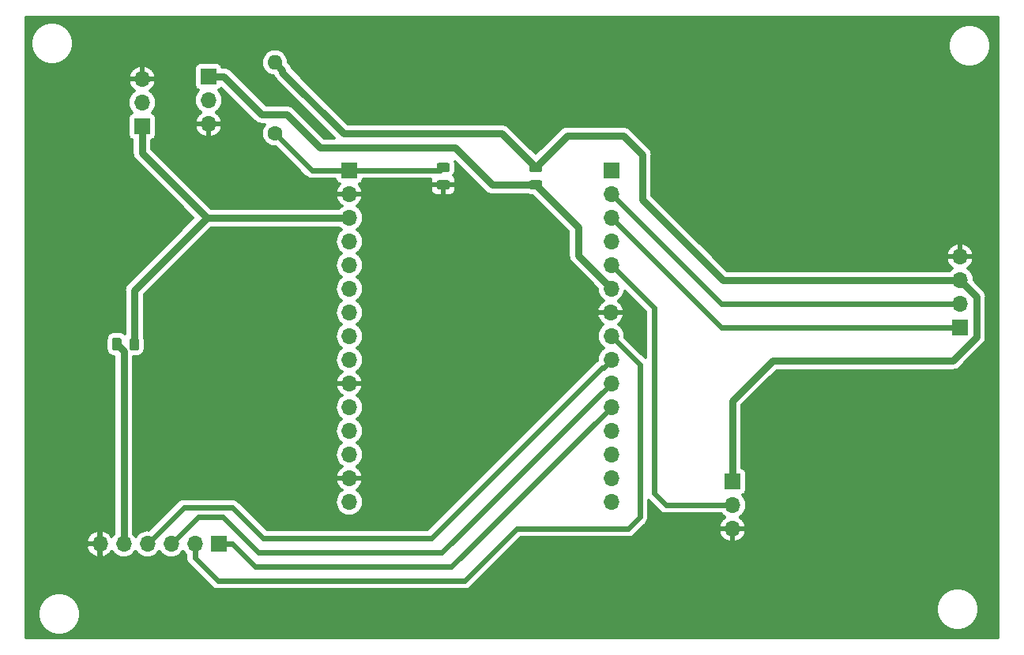
<source format=gbr>
G04 #@! TF.GenerationSoftware,KiCad,Pcbnew,(5.1.2)-2*
G04 #@! TF.CreationDate,2019-07-02T12:48:51+07:00*
G04 #@! TF.ProjectId,weather,77656174-6865-4722-9e6b-696361645f70,rev?*
G04 #@! TF.SameCoordinates,Original*
G04 #@! TF.FileFunction,Copper,L2,Bot*
G04 #@! TF.FilePolarity,Positive*
%FSLAX46Y46*%
G04 Gerber Fmt 4.6, Leading zero omitted, Abs format (unit mm)*
G04 Created by KiCad (PCBNEW (5.1.2)-2) date 2019-07-02 12:48:51*
%MOMM*%
%LPD*%
G04 APERTURE LIST*
%ADD10O,1.700000X1.700000*%
%ADD11R,1.700000X1.700000*%
%ADD12C,0.100000*%
%ADD13C,0.975000*%
%ADD14O,1.600000X1.600000*%
%ADD15C,1.600000*%
%ADD16C,0.800000*%
%ADD17C,0.600000*%
%ADD18C,0.300000*%
G04 APERTURE END LIST*
D10*
X165354000Y-82296000D03*
X165354000Y-84836000D03*
X165354000Y-87376000D03*
D11*
X165354000Y-89916000D03*
D10*
X73202000Y-113127048D03*
X75742000Y-113127048D03*
X78282000Y-113127048D03*
X80822000Y-113127048D03*
X83362000Y-113127048D03*
D11*
X85902000Y-113127048D03*
D12*
G36*
X110462142Y-72236174D02*
G01*
X110485803Y-72239684D01*
X110509007Y-72245496D01*
X110531529Y-72253554D01*
X110553153Y-72263782D01*
X110573670Y-72276079D01*
X110592883Y-72290329D01*
X110610607Y-72306393D01*
X110626671Y-72324117D01*
X110640921Y-72343330D01*
X110653218Y-72363847D01*
X110663446Y-72385471D01*
X110671504Y-72407993D01*
X110677316Y-72431197D01*
X110680826Y-72454858D01*
X110682000Y-72478750D01*
X110682000Y-72966250D01*
X110680826Y-72990142D01*
X110677316Y-73013803D01*
X110671504Y-73037007D01*
X110663446Y-73059529D01*
X110653218Y-73081153D01*
X110640921Y-73101670D01*
X110626671Y-73120883D01*
X110610607Y-73138607D01*
X110592883Y-73154671D01*
X110573670Y-73168921D01*
X110553153Y-73181218D01*
X110531529Y-73191446D01*
X110509007Y-73199504D01*
X110485803Y-73205316D01*
X110462142Y-73208826D01*
X110438250Y-73210000D01*
X109525750Y-73210000D01*
X109501858Y-73208826D01*
X109478197Y-73205316D01*
X109454993Y-73199504D01*
X109432471Y-73191446D01*
X109410847Y-73181218D01*
X109390330Y-73168921D01*
X109371117Y-73154671D01*
X109353393Y-73138607D01*
X109337329Y-73120883D01*
X109323079Y-73101670D01*
X109310782Y-73081153D01*
X109300554Y-73059529D01*
X109292496Y-73037007D01*
X109286684Y-73013803D01*
X109283174Y-72990142D01*
X109282000Y-72966250D01*
X109282000Y-72478750D01*
X109283174Y-72454858D01*
X109286684Y-72431197D01*
X109292496Y-72407993D01*
X109300554Y-72385471D01*
X109310782Y-72363847D01*
X109323079Y-72343330D01*
X109337329Y-72324117D01*
X109353393Y-72306393D01*
X109371117Y-72290329D01*
X109390330Y-72276079D01*
X109410847Y-72263782D01*
X109432471Y-72253554D01*
X109454993Y-72245496D01*
X109478197Y-72239684D01*
X109501858Y-72236174D01*
X109525750Y-72235000D01*
X110438250Y-72235000D01*
X110462142Y-72236174D01*
X110462142Y-72236174D01*
G37*
D13*
X109982000Y-72722500D03*
D12*
G36*
X110462142Y-74111174D02*
G01*
X110485803Y-74114684D01*
X110509007Y-74120496D01*
X110531529Y-74128554D01*
X110553153Y-74138782D01*
X110573670Y-74151079D01*
X110592883Y-74165329D01*
X110610607Y-74181393D01*
X110626671Y-74199117D01*
X110640921Y-74218330D01*
X110653218Y-74238847D01*
X110663446Y-74260471D01*
X110671504Y-74282993D01*
X110677316Y-74306197D01*
X110680826Y-74329858D01*
X110682000Y-74353750D01*
X110682000Y-74841250D01*
X110680826Y-74865142D01*
X110677316Y-74888803D01*
X110671504Y-74912007D01*
X110663446Y-74934529D01*
X110653218Y-74956153D01*
X110640921Y-74976670D01*
X110626671Y-74995883D01*
X110610607Y-75013607D01*
X110592883Y-75029671D01*
X110573670Y-75043921D01*
X110553153Y-75056218D01*
X110531529Y-75066446D01*
X110509007Y-75074504D01*
X110485803Y-75080316D01*
X110462142Y-75083826D01*
X110438250Y-75085000D01*
X109525750Y-75085000D01*
X109501858Y-75083826D01*
X109478197Y-75080316D01*
X109454993Y-75074504D01*
X109432471Y-75066446D01*
X109410847Y-75056218D01*
X109390330Y-75043921D01*
X109371117Y-75029671D01*
X109353393Y-75013607D01*
X109337329Y-74995883D01*
X109323079Y-74976670D01*
X109310782Y-74956153D01*
X109300554Y-74934529D01*
X109292496Y-74912007D01*
X109286684Y-74888803D01*
X109283174Y-74865142D01*
X109282000Y-74841250D01*
X109282000Y-74353750D01*
X109283174Y-74329858D01*
X109286684Y-74306197D01*
X109292496Y-74282993D01*
X109300554Y-74260471D01*
X109310782Y-74238847D01*
X109323079Y-74218330D01*
X109337329Y-74199117D01*
X109353393Y-74181393D01*
X109371117Y-74165329D01*
X109390330Y-74151079D01*
X109410847Y-74138782D01*
X109432471Y-74128554D01*
X109454993Y-74120496D01*
X109478197Y-74114684D01*
X109501858Y-74111174D01*
X109525750Y-74110000D01*
X110438250Y-74110000D01*
X110462142Y-74111174D01*
X110462142Y-74111174D01*
G37*
D13*
X109982000Y-74597500D03*
D14*
X91948000Y-61468000D03*
D15*
X91948000Y-69088000D03*
D12*
G36*
X77151142Y-90995174D02*
G01*
X77174803Y-90998684D01*
X77198007Y-91004496D01*
X77220529Y-91012554D01*
X77242153Y-91022782D01*
X77262670Y-91035079D01*
X77281883Y-91049329D01*
X77299607Y-91065393D01*
X77315671Y-91083117D01*
X77329921Y-91102330D01*
X77342218Y-91122847D01*
X77352446Y-91144471D01*
X77360504Y-91166993D01*
X77366316Y-91190197D01*
X77369826Y-91213858D01*
X77371000Y-91237750D01*
X77371000Y-92150250D01*
X77369826Y-92174142D01*
X77366316Y-92197803D01*
X77360504Y-92221007D01*
X77352446Y-92243529D01*
X77342218Y-92265153D01*
X77329921Y-92285670D01*
X77315671Y-92304883D01*
X77299607Y-92322607D01*
X77281883Y-92338671D01*
X77262670Y-92352921D01*
X77242153Y-92365218D01*
X77220529Y-92375446D01*
X77198007Y-92383504D01*
X77174803Y-92389316D01*
X77151142Y-92392826D01*
X77127250Y-92394000D01*
X76639750Y-92394000D01*
X76615858Y-92392826D01*
X76592197Y-92389316D01*
X76568993Y-92383504D01*
X76546471Y-92375446D01*
X76524847Y-92365218D01*
X76504330Y-92352921D01*
X76485117Y-92338671D01*
X76467393Y-92322607D01*
X76451329Y-92304883D01*
X76437079Y-92285670D01*
X76424782Y-92265153D01*
X76414554Y-92243529D01*
X76406496Y-92221007D01*
X76400684Y-92197803D01*
X76397174Y-92174142D01*
X76396000Y-92150250D01*
X76396000Y-91237750D01*
X76397174Y-91213858D01*
X76400684Y-91190197D01*
X76406496Y-91166993D01*
X76414554Y-91144471D01*
X76424782Y-91122847D01*
X76437079Y-91102330D01*
X76451329Y-91083117D01*
X76467393Y-91065393D01*
X76485117Y-91049329D01*
X76504330Y-91035079D01*
X76524847Y-91022782D01*
X76546471Y-91012554D01*
X76568993Y-91004496D01*
X76592197Y-90998684D01*
X76615858Y-90995174D01*
X76639750Y-90994000D01*
X77127250Y-90994000D01*
X77151142Y-90995174D01*
X77151142Y-90995174D01*
G37*
D13*
X76883500Y-91694000D03*
D12*
G36*
X75276142Y-90995174D02*
G01*
X75299803Y-90998684D01*
X75323007Y-91004496D01*
X75345529Y-91012554D01*
X75367153Y-91022782D01*
X75387670Y-91035079D01*
X75406883Y-91049329D01*
X75424607Y-91065393D01*
X75440671Y-91083117D01*
X75454921Y-91102330D01*
X75467218Y-91122847D01*
X75477446Y-91144471D01*
X75485504Y-91166993D01*
X75491316Y-91190197D01*
X75494826Y-91213858D01*
X75496000Y-91237750D01*
X75496000Y-92150250D01*
X75494826Y-92174142D01*
X75491316Y-92197803D01*
X75485504Y-92221007D01*
X75477446Y-92243529D01*
X75467218Y-92265153D01*
X75454921Y-92285670D01*
X75440671Y-92304883D01*
X75424607Y-92322607D01*
X75406883Y-92338671D01*
X75387670Y-92352921D01*
X75367153Y-92365218D01*
X75345529Y-92375446D01*
X75323007Y-92383504D01*
X75299803Y-92389316D01*
X75276142Y-92392826D01*
X75252250Y-92394000D01*
X74764750Y-92394000D01*
X74740858Y-92392826D01*
X74717197Y-92389316D01*
X74693993Y-92383504D01*
X74671471Y-92375446D01*
X74649847Y-92365218D01*
X74629330Y-92352921D01*
X74610117Y-92338671D01*
X74592393Y-92322607D01*
X74576329Y-92304883D01*
X74562079Y-92285670D01*
X74549782Y-92265153D01*
X74539554Y-92243529D01*
X74531496Y-92221007D01*
X74525684Y-92197803D01*
X74522174Y-92174142D01*
X74521000Y-92150250D01*
X74521000Y-91237750D01*
X74522174Y-91213858D01*
X74525684Y-91190197D01*
X74531496Y-91166993D01*
X74539554Y-91144471D01*
X74549782Y-91122847D01*
X74562079Y-91102330D01*
X74576329Y-91083117D01*
X74592393Y-91065393D01*
X74610117Y-91049329D01*
X74629330Y-91035079D01*
X74649847Y-91022782D01*
X74671471Y-91012554D01*
X74693993Y-91004496D01*
X74717197Y-90998684D01*
X74740858Y-90995174D01*
X74764750Y-90994000D01*
X75252250Y-90994000D01*
X75276142Y-90995174D01*
X75276142Y-90995174D01*
G37*
D13*
X75008500Y-91694000D03*
D12*
G36*
X120368142Y-72236174D02*
G01*
X120391803Y-72239684D01*
X120415007Y-72245496D01*
X120437529Y-72253554D01*
X120459153Y-72263782D01*
X120479670Y-72276079D01*
X120498883Y-72290329D01*
X120516607Y-72306393D01*
X120532671Y-72324117D01*
X120546921Y-72343330D01*
X120559218Y-72363847D01*
X120569446Y-72385471D01*
X120577504Y-72407993D01*
X120583316Y-72431197D01*
X120586826Y-72454858D01*
X120588000Y-72478750D01*
X120588000Y-72966250D01*
X120586826Y-72990142D01*
X120583316Y-73013803D01*
X120577504Y-73037007D01*
X120569446Y-73059529D01*
X120559218Y-73081153D01*
X120546921Y-73101670D01*
X120532671Y-73120883D01*
X120516607Y-73138607D01*
X120498883Y-73154671D01*
X120479670Y-73168921D01*
X120459153Y-73181218D01*
X120437529Y-73191446D01*
X120415007Y-73199504D01*
X120391803Y-73205316D01*
X120368142Y-73208826D01*
X120344250Y-73210000D01*
X119431750Y-73210000D01*
X119407858Y-73208826D01*
X119384197Y-73205316D01*
X119360993Y-73199504D01*
X119338471Y-73191446D01*
X119316847Y-73181218D01*
X119296330Y-73168921D01*
X119277117Y-73154671D01*
X119259393Y-73138607D01*
X119243329Y-73120883D01*
X119229079Y-73101670D01*
X119216782Y-73081153D01*
X119206554Y-73059529D01*
X119198496Y-73037007D01*
X119192684Y-73013803D01*
X119189174Y-72990142D01*
X119188000Y-72966250D01*
X119188000Y-72478750D01*
X119189174Y-72454858D01*
X119192684Y-72431197D01*
X119198496Y-72407993D01*
X119206554Y-72385471D01*
X119216782Y-72363847D01*
X119229079Y-72343330D01*
X119243329Y-72324117D01*
X119259393Y-72306393D01*
X119277117Y-72290329D01*
X119296330Y-72276079D01*
X119316847Y-72263782D01*
X119338471Y-72253554D01*
X119360993Y-72245496D01*
X119384197Y-72239684D01*
X119407858Y-72236174D01*
X119431750Y-72235000D01*
X120344250Y-72235000D01*
X120368142Y-72236174D01*
X120368142Y-72236174D01*
G37*
D13*
X119888000Y-72722500D03*
D12*
G36*
X120368142Y-74111174D02*
G01*
X120391803Y-74114684D01*
X120415007Y-74120496D01*
X120437529Y-74128554D01*
X120459153Y-74138782D01*
X120479670Y-74151079D01*
X120498883Y-74165329D01*
X120516607Y-74181393D01*
X120532671Y-74199117D01*
X120546921Y-74218330D01*
X120559218Y-74238847D01*
X120569446Y-74260471D01*
X120577504Y-74282993D01*
X120583316Y-74306197D01*
X120586826Y-74329858D01*
X120588000Y-74353750D01*
X120588000Y-74841250D01*
X120586826Y-74865142D01*
X120583316Y-74888803D01*
X120577504Y-74912007D01*
X120569446Y-74934529D01*
X120559218Y-74956153D01*
X120546921Y-74976670D01*
X120532671Y-74995883D01*
X120516607Y-75013607D01*
X120498883Y-75029671D01*
X120479670Y-75043921D01*
X120459153Y-75056218D01*
X120437529Y-75066446D01*
X120415007Y-75074504D01*
X120391803Y-75080316D01*
X120368142Y-75083826D01*
X120344250Y-75085000D01*
X119431750Y-75085000D01*
X119407858Y-75083826D01*
X119384197Y-75080316D01*
X119360993Y-75074504D01*
X119338471Y-75066446D01*
X119316847Y-75056218D01*
X119296330Y-75043921D01*
X119277117Y-75029671D01*
X119259393Y-75013607D01*
X119243329Y-74995883D01*
X119229079Y-74976670D01*
X119216782Y-74956153D01*
X119206554Y-74934529D01*
X119198496Y-74912007D01*
X119192684Y-74888803D01*
X119189174Y-74865142D01*
X119188000Y-74841250D01*
X119188000Y-74353750D01*
X119189174Y-74329858D01*
X119192684Y-74306197D01*
X119198496Y-74282993D01*
X119206554Y-74260471D01*
X119216782Y-74238847D01*
X119229079Y-74218330D01*
X119243329Y-74199117D01*
X119259393Y-74181393D01*
X119277117Y-74165329D01*
X119296330Y-74151079D01*
X119316847Y-74138782D01*
X119338471Y-74128554D01*
X119360993Y-74120496D01*
X119384197Y-74114684D01*
X119407858Y-74111174D01*
X119431750Y-74110000D01*
X120344250Y-74110000D01*
X120368142Y-74111174D01*
X120368142Y-74111174D01*
G37*
D13*
X119888000Y-74597500D03*
D10*
X127979001Y-85739001D03*
X127979001Y-75579001D03*
X127979001Y-90819001D03*
X127979001Y-93359001D03*
X127979001Y-78119001D03*
X127979001Y-108599001D03*
X127979001Y-106059001D03*
X127979001Y-98439001D03*
X127979001Y-103519001D03*
X127979001Y-100979001D03*
X127979001Y-95899001D03*
X127919001Y-88299001D03*
X127979001Y-83199001D03*
X127979001Y-80659001D03*
D11*
X127979001Y-73039001D03*
D10*
X99919001Y-108619001D03*
X99919001Y-106079001D03*
X99919001Y-103539001D03*
X99919001Y-100999001D03*
X99919001Y-98459001D03*
X99919001Y-95919001D03*
X99919001Y-93379001D03*
X99919001Y-90839001D03*
X99919001Y-88299001D03*
X99919001Y-85759001D03*
X99919001Y-83219001D03*
X99919001Y-80679001D03*
X99919001Y-78139001D03*
X99919001Y-75599001D03*
D11*
X99919001Y-73059001D03*
D10*
X140970000Y-111506000D03*
X140970000Y-108966000D03*
D11*
X140970000Y-106426000D03*
D10*
X77724000Y-63246000D03*
X77724000Y-65786000D03*
D11*
X77724000Y-68326000D03*
X84836000Y-62992000D03*
D10*
X84836000Y-65532000D03*
X84836000Y-68072000D03*
D16*
X78232000Y-63246000D02*
X77724000Y-63246000D01*
X119888000Y-74597500D02*
X124460000Y-79169500D01*
X124460000Y-82220000D02*
X127979001Y-85739001D01*
X124460000Y-79169500D02*
X124460000Y-82220000D01*
X115237500Y-74597500D02*
X119888000Y-74597500D01*
X86486000Y-62992000D02*
X90550000Y-67056000D01*
X84836000Y-62992000D02*
X86486000Y-62992000D01*
X90550000Y-67056000D02*
X93218000Y-67056000D01*
X93218000Y-67056000D02*
X96774000Y-70612000D01*
X96774000Y-70612000D02*
X111252000Y-70612000D01*
X111252000Y-70612000D02*
X115237500Y-74597500D01*
D17*
X139776000Y-87376000D02*
X127979001Y-75579001D01*
X165354000Y-87376000D02*
X139776000Y-87376000D01*
X139776000Y-89916000D02*
X127979001Y-78119001D01*
X165354000Y-89916000D02*
X139776000Y-89916000D01*
D16*
X99919001Y-78139001D02*
X85633001Y-78139001D01*
X76883500Y-85930500D02*
X76883500Y-91694000D01*
X85633001Y-78139001D02*
X84674999Y-78139001D01*
X84674999Y-78139001D02*
X76883500Y-85930500D01*
X77724000Y-71188002D02*
X77724000Y-69596000D01*
X84674999Y-78139001D02*
X77724000Y-71188002D01*
X77724000Y-69596000D02*
X77724000Y-68326000D01*
D17*
X127129002Y-94209000D02*
X127025000Y-94209000D01*
X127979001Y-93359001D02*
X127129002Y-94209000D01*
X127025000Y-94209000D02*
X108712000Y-112522000D01*
X108712000Y-112522000D02*
X90678000Y-112522000D01*
X90678000Y-112522000D02*
X87376000Y-109220000D01*
X82189048Y-109220000D02*
X78282000Y-113127048D01*
X87376000Y-109220000D02*
X82189048Y-109220000D01*
X109832002Y-114046000D02*
X127979001Y-95899001D01*
X90170000Y-114046000D02*
X109832002Y-114046000D01*
X86360000Y-110236000D02*
X90170000Y-114046000D01*
X80822000Y-113127048D02*
X83713048Y-110236000D01*
X83713048Y-110236000D02*
X86360000Y-110236000D01*
X83362000Y-113127048D02*
X83362000Y-114604000D01*
X83362000Y-114604000D02*
X85852000Y-117094000D01*
X85852000Y-117094000D02*
X112268000Y-117094000D01*
X112268000Y-117094000D02*
X117856000Y-111506000D01*
X117856000Y-111506000D02*
X129794000Y-111506000D01*
X129794000Y-111506000D02*
X131064000Y-110236000D01*
X131064000Y-93904000D02*
X127979001Y-90819001D01*
X131064000Y-110236000D02*
X131064000Y-93904000D01*
X85902000Y-113127048D02*
X87352000Y-113127048D01*
X87352000Y-113127048D02*
X89794952Y-115570000D01*
X89794952Y-115570000D02*
X110848002Y-115570000D01*
X127129002Y-99289000D02*
X127979001Y-98439001D01*
X110848002Y-115570000D02*
X127129002Y-99289000D01*
X95919001Y-73059001D02*
X91948000Y-69088000D01*
X99919001Y-73059001D02*
X95919001Y-73059001D01*
X109645499Y-73059001D02*
X109982000Y-72722500D01*
X99919001Y-73059001D02*
X109645499Y-73059001D01*
X132588000Y-87808000D02*
X128270000Y-83490000D01*
X128270000Y-83490000D02*
X127979001Y-83199001D01*
X140970000Y-108966000D02*
X133858000Y-108966000D01*
X132588000Y-107696000D02*
X132588000Y-87808000D01*
X133858000Y-108966000D02*
X132588000Y-107696000D01*
D16*
X140970000Y-97790000D02*
X140970000Y-106426000D01*
X145288000Y-93472000D02*
X140970000Y-97790000D01*
X164578002Y-93472000D02*
X145288000Y-93472000D01*
X167132000Y-90918002D02*
X164578002Y-93472000D01*
X165354000Y-84836000D02*
X167132000Y-86614000D01*
X167132000Y-86614000D02*
X167132000Y-90918002D01*
X119888000Y-72722500D02*
X123268500Y-69342000D01*
X123268500Y-69342000D02*
X129286000Y-69342000D01*
X129286000Y-69342000D02*
X131318000Y-71374000D01*
X131318000Y-71374000D02*
X131318000Y-76200000D01*
X139954000Y-84836000D02*
X165354000Y-84836000D01*
X131318000Y-76200000D02*
X139954000Y-84836000D01*
X116253500Y-69088000D02*
X119888000Y-72722500D01*
X99314000Y-69088000D02*
X116253500Y-69088000D01*
X92747999Y-62521999D02*
X99314000Y-69088000D01*
X91948000Y-61468000D02*
X92747999Y-62267999D01*
X92747999Y-62267999D02*
X92747999Y-62521999D01*
X75742000Y-92427500D02*
X75008500Y-91694000D01*
X75742000Y-113127048D02*
X75742000Y-92427500D01*
D18*
G36*
X169447001Y-123219000D02*
G01*
X65249000Y-123219000D01*
X65249000Y-120427606D01*
X66576000Y-120427606D01*
X66576000Y-120872394D01*
X66662774Y-121308634D01*
X66832987Y-121719564D01*
X67080097Y-122089391D01*
X67394609Y-122403903D01*
X67764436Y-122651013D01*
X68175366Y-122821226D01*
X68611606Y-122908000D01*
X69056394Y-122908000D01*
X69492634Y-122821226D01*
X69903564Y-122651013D01*
X70273391Y-122403903D01*
X70587903Y-122089391D01*
X70835013Y-121719564D01*
X71005226Y-121308634D01*
X71092000Y-120872394D01*
X71092000Y-120427606D01*
X71005226Y-119991366D01*
X70975502Y-119919606D01*
X162842000Y-119919606D01*
X162842000Y-120364394D01*
X162928774Y-120800634D01*
X163098987Y-121211564D01*
X163346097Y-121581391D01*
X163660609Y-121895903D01*
X164030436Y-122143013D01*
X164441366Y-122313226D01*
X164877606Y-122400000D01*
X165322394Y-122400000D01*
X165758634Y-122313226D01*
X166169564Y-122143013D01*
X166539391Y-121895903D01*
X166853903Y-121581391D01*
X167101013Y-121211564D01*
X167271226Y-120800634D01*
X167358000Y-120364394D01*
X167358000Y-119919606D01*
X167271226Y-119483366D01*
X167101013Y-119072436D01*
X166853903Y-118702609D01*
X166539391Y-118388097D01*
X166169564Y-118140987D01*
X165758634Y-117970774D01*
X165322394Y-117884000D01*
X164877606Y-117884000D01*
X164441366Y-117970774D01*
X164030436Y-118140987D01*
X163660609Y-118388097D01*
X163346097Y-118702609D01*
X163098987Y-119072436D01*
X162928774Y-119483366D01*
X162842000Y-119919606D01*
X70975502Y-119919606D01*
X70835013Y-119580436D01*
X70587903Y-119210609D01*
X70273391Y-118896097D01*
X69903564Y-118648987D01*
X69492634Y-118478774D01*
X69056394Y-118392000D01*
X68611606Y-118392000D01*
X68175366Y-118478774D01*
X67764436Y-118648987D01*
X67394609Y-118896097D01*
X67080097Y-119210609D01*
X66832987Y-119580436D01*
X66662774Y-119991366D01*
X66576000Y-120427606D01*
X65249000Y-120427606D01*
X65249000Y-113465110D01*
X71732378Y-113465110D01*
X71826569Y-113745323D01*
X71973617Y-114001776D01*
X72167871Y-114224614D01*
X72401866Y-114405273D01*
X72666610Y-114536811D01*
X72863939Y-114596667D01*
X73098000Y-114466517D01*
X73098000Y-113231048D01*
X71862087Y-113231048D01*
X71732378Y-113465110D01*
X65249000Y-113465110D01*
X65249000Y-112788986D01*
X71732378Y-112788986D01*
X71862087Y-113023048D01*
X73098000Y-113023048D01*
X73098000Y-111787579D01*
X73306000Y-111787579D01*
X73306000Y-113023048D01*
X73326000Y-113023048D01*
X73326000Y-113231048D01*
X73306000Y-113231048D01*
X73306000Y-114466517D01*
X73540061Y-114596667D01*
X73737390Y-114536811D01*
X74002134Y-114405273D01*
X74236129Y-114224614D01*
X74430383Y-114001776D01*
X74466231Y-113939256D01*
X74482077Y-113968901D01*
X74670524Y-114198524D01*
X74900147Y-114386971D01*
X75162121Y-114526999D01*
X75446380Y-114613228D01*
X75667922Y-114635048D01*
X75816078Y-114635048D01*
X76037620Y-114613228D01*
X76321879Y-114526999D01*
X76583853Y-114386971D01*
X76813476Y-114198524D01*
X77001923Y-113968901D01*
X77012000Y-113950048D01*
X77022077Y-113968901D01*
X77210524Y-114198524D01*
X77440147Y-114386971D01*
X77702121Y-114526999D01*
X77986380Y-114613228D01*
X78207922Y-114635048D01*
X78356078Y-114635048D01*
X78577620Y-114613228D01*
X78861879Y-114526999D01*
X79123853Y-114386971D01*
X79353476Y-114198524D01*
X79541923Y-113968901D01*
X79552000Y-113950048D01*
X79562077Y-113968901D01*
X79750524Y-114198524D01*
X79980147Y-114386971D01*
X80242121Y-114526999D01*
X80526380Y-114613228D01*
X80747922Y-114635048D01*
X80896078Y-114635048D01*
X81117620Y-114613228D01*
X81401879Y-114526999D01*
X81663853Y-114386971D01*
X81893476Y-114198524D01*
X82081923Y-113968901D01*
X82092000Y-113950048D01*
X82102077Y-113968901D01*
X82290524Y-114198524D01*
X82404001Y-114291652D01*
X82404001Y-114556931D01*
X82399365Y-114604000D01*
X82417862Y-114791801D01*
X82472642Y-114972384D01*
X82561599Y-115138811D01*
X82613142Y-115201616D01*
X82681315Y-115284686D01*
X82717869Y-115314685D01*
X85141315Y-117738132D01*
X85171314Y-117774686D01*
X85317189Y-117894402D01*
X85483616Y-117983359D01*
X85609419Y-118021521D01*
X85664198Y-118038138D01*
X85852000Y-118056635D01*
X85899059Y-118052000D01*
X112220941Y-118052000D01*
X112268000Y-118056635D01*
X112315059Y-118052000D01*
X112455801Y-118038138D01*
X112636384Y-117983359D01*
X112802811Y-117894402D01*
X112948686Y-117774686D01*
X112978689Y-117738127D01*
X118252816Y-112464000D01*
X129746941Y-112464000D01*
X129794000Y-112468635D01*
X129841059Y-112464000D01*
X129981801Y-112450138D01*
X130162384Y-112395359D01*
X130328811Y-112306402D01*
X130474686Y-112186686D01*
X130504689Y-112150127D01*
X130810755Y-111844061D01*
X139500381Y-111844061D01*
X139560237Y-112041390D01*
X139691775Y-112306134D01*
X139872434Y-112540129D01*
X140095272Y-112734383D01*
X140351725Y-112881431D01*
X140631938Y-112975622D01*
X140866000Y-112845913D01*
X140866000Y-111610000D01*
X141074000Y-111610000D01*
X141074000Y-112845913D01*
X141308062Y-112975622D01*
X141588275Y-112881431D01*
X141844728Y-112734383D01*
X142067566Y-112540129D01*
X142248225Y-112306134D01*
X142379763Y-112041390D01*
X142439619Y-111844061D01*
X142309469Y-111610000D01*
X141074000Y-111610000D01*
X140866000Y-111610000D01*
X139630531Y-111610000D01*
X139500381Y-111844061D01*
X130810755Y-111844061D01*
X131708127Y-110946689D01*
X131744686Y-110916686D01*
X131864402Y-110770811D01*
X131953359Y-110604384D01*
X131993556Y-110471871D01*
X132008138Y-110423802D01*
X132026635Y-110236001D01*
X132022000Y-110188941D01*
X132022000Y-108484816D01*
X133147311Y-109610127D01*
X133177314Y-109646686D01*
X133323189Y-109766402D01*
X133489616Y-109855359D01*
X133567300Y-109878924D01*
X133670198Y-109910138D01*
X133857999Y-109928635D01*
X133905059Y-109924000D01*
X139805397Y-109924000D01*
X139898524Y-110037476D01*
X140128147Y-110225923D01*
X140157792Y-110241769D01*
X140095272Y-110277617D01*
X139872434Y-110471871D01*
X139691775Y-110705866D01*
X139560237Y-110970610D01*
X139500381Y-111167939D01*
X139630531Y-111402000D01*
X140866000Y-111402000D01*
X140866000Y-111382000D01*
X141074000Y-111382000D01*
X141074000Y-111402000D01*
X142309469Y-111402000D01*
X142439619Y-111167939D01*
X142379763Y-110970610D01*
X142248225Y-110705866D01*
X142067566Y-110471871D01*
X141844728Y-110277617D01*
X141782208Y-110241769D01*
X141811853Y-110225923D01*
X142041476Y-110037476D01*
X142229923Y-109807853D01*
X142369951Y-109545879D01*
X142456180Y-109261620D01*
X142485296Y-108966000D01*
X142456180Y-108670380D01*
X142369951Y-108386121D01*
X142229923Y-108124147D01*
X142042724Y-107896045D01*
X142073024Y-107886853D01*
X142187334Y-107825754D01*
X142287527Y-107743527D01*
X142369754Y-107643334D01*
X142430853Y-107529024D01*
X142468479Y-107404990D01*
X142481183Y-107276000D01*
X142481183Y-105576000D01*
X142468479Y-105447010D01*
X142430853Y-105322976D01*
X142369754Y-105208666D01*
X142287527Y-105108473D01*
X142187334Y-105026246D01*
X142073024Y-104965147D01*
X142028000Y-104951489D01*
X142028000Y-98228237D01*
X145726238Y-94530000D01*
X164526029Y-94530000D01*
X164578002Y-94535119D01*
X164785406Y-94514691D01*
X164984840Y-94454194D01*
X165168639Y-94355951D01*
X165329741Y-94223739D01*
X165362879Y-94183360D01*
X167843366Y-91702874D01*
X167883739Y-91669741D01*
X168015951Y-91508639D01*
X168114194Y-91324840D01*
X168174691Y-91125406D01*
X168190000Y-90969975D01*
X168195119Y-90918002D01*
X168190000Y-90866029D01*
X168190000Y-86665973D01*
X168195119Y-86614000D01*
X168174691Y-86406595D01*
X168114194Y-86207162D01*
X168081416Y-86145839D01*
X168015951Y-86023363D01*
X167883739Y-85862261D01*
X167843366Y-85829128D01*
X166867587Y-84853350D01*
X166869296Y-84836000D01*
X166840180Y-84540380D01*
X166753951Y-84256121D01*
X166613923Y-83994147D01*
X166425476Y-83764524D01*
X166195853Y-83576077D01*
X166166208Y-83560231D01*
X166228728Y-83524383D01*
X166451566Y-83330129D01*
X166632225Y-83096134D01*
X166763763Y-82831390D01*
X166823619Y-82634061D01*
X166693469Y-82400000D01*
X165458000Y-82400000D01*
X165458000Y-82420000D01*
X165250000Y-82420000D01*
X165250000Y-82400000D01*
X164014531Y-82400000D01*
X163884381Y-82634061D01*
X163944237Y-82831390D01*
X164075775Y-83096134D01*
X164256434Y-83330129D01*
X164479272Y-83524383D01*
X164541792Y-83560231D01*
X164512147Y-83576077D01*
X164282524Y-83764524D01*
X164271465Y-83778000D01*
X140392238Y-83778000D01*
X138572177Y-81957939D01*
X163884381Y-81957939D01*
X164014531Y-82192000D01*
X165250000Y-82192000D01*
X165250000Y-80956087D01*
X165458000Y-80956087D01*
X165458000Y-82192000D01*
X166693469Y-82192000D01*
X166823619Y-81957939D01*
X166763763Y-81760610D01*
X166632225Y-81495866D01*
X166451566Y-81261871D01*
X166228728Y-81067617D01*
X165972275Y-80920569D01*
X165692062Y-80826378D01*
X165458000Y-80956087D01*
X165250000Y-80956087D01*
X165015938Y-80826378D01*
X164735725Y-80920569D01*
X164479272Y-81067617D01*
X164256434Y-81261871D01*
X164075775Y-81495866D01*
X163944237Y-81760610D01*
X163884381Y-81957939D01*
X138572177Y-81957939D01*
X132376000Y-75761763D01*
X132376000Y-71425973D01*
X132381119Y-71374000D01*
X132360691Y-71166595D01*
X132342339Y-71106098D01*
X132300194Y-70967162D01*
X132201951Y-70783363D01*
X132069739Y-70622261D01*
X132029366Y-70589128D01*
X130070877Y-68630639D01*
X130037739Y-68590261D01*
X129876637Y-68458049D01*
X129692838Y-68359806D01*
X129493404Y-68299309D01*
X129337973Y-68284000D01*
X129286000Y-68278881D01*
X129234027Y-68284000D01*
X123320473Y-68284000D01*
X123268500Y-68278881D01*
X123061095Y-68299309D01*
X123048496Y-68303131D01*
X122861662Y-68359806D01*
X122677863Y-68458049D01*
X122516761Y-68590261D01*
X122483628Y-68630634D01*
X119888000Y-71226262D01*
X117038377Y-68376640D01*
X117005239Y-68336261D01*
X116844137Y-68204049D01*
X116660338Y-68105806D01*
X116460904Y-68045309D01*
X116305473Y-68030000D01*
X116253500Y-68024881D01*
X116201527Y-68030000D01*
X99752238Y-68030000D01*
X93791549Y-62069311D01*
X93790690Y-62060595D01*
X93730193Y-61861161D01*
X93631950Y-61677362D01*
X93499738Y-61516260D01*
X93459364Y-61483127D01*
X93409647Y-61433409D01*
X93384903Y-61182182D01*
X93301533Y-60907348D01*
X93166148Y-60654060D01*
X92983950Y-60432050D01*
X92761940Y-60249852D01*
X92508652Y-60114467D01*
X92233818Y-60031097D01*
X92019619Y-60010000D01*
X91876381Y-60010000D01*
X91662182Y-60031097D01*
X91387348Y-60114467D01*
X91134060Y-60249852D01*
X90912050Y-60432050D01*
X90729852Y-60654060D01*
X90594467Y-60907348D01*
X90511097Y-61182182D01*
X90482946Y-61468000D01*
X90511097Y-61753818D01*
X90594467Y-62028652D01*
X90729852Y-62281940D01*
X90912050Y-62503950D01*
X91134060Y-62686148D01*
X91387348Y-62821533D01*
X91662182Y-62904903D01*
X91761512Y-62914686D01*
X91765805Y-62928837D01*
X91864048Y-63112636D01*
X91996261Y-63273738D01*
X92036634Y-63306871D01*
X98283762Y-69554000D01*
X97212238Y-69554000D01*
X94002877Y-66344640D01*
X93969739Y-66304261D01*
X93808637Y-66172049D01*
X93624838Y-66073806D01*
X93425404Y-66013309D01*
X93269973Y-65998000D01*
X93218000Y-65992881D01*
X93166027Y-65998000D01*
X90988238Y-65998000D01*
X87270877Y-62280640D01*
X87237739Y-62240261D01*
X87076637Y-62108049D01*
X86892838Y-62009806D01*
X86693404Y-61949309D01*
X86537973Y-61934000D01*
X86486000Y-61928881D01*
X86434027Y-61934000D01*
X86310511Y-61934000D01*
X86296853Y-61888976D01*
X86235754Y-61774666D01*
X86153527Y-61674473D01*
X86053334Y-61592246D01*
X85939024Y-61531147D01*
X85814990Y-61493521D01*
X85686000Y-61480817D01*
X83986000Y-61480817D01*
X83857010Y-61493521D01*
X83732976Y-61531147D01*
X83618666Y-61592246D01*
X83518473Y-61674473D01*
X83436246Y-61774666D01*
X83375147Y-61888976D01*
X83337521Y-62013010D01*
X83324817Y-62142000D01*
X83324817Y-63842000D01*
X83337521Y-63970990D01*
X83375147Y-64095024D01*
X83436246Y-64209334D01*
X83518473Y-64309527D01*
X83618666Y-64391754D01*
X83732976Y-64452853D01*
X83763276Y-64462045D01*
X83576077Y-64690147D01*
X83436049Y-64952121D01*
X83349820Y-65236380D01*
X83320704Y-65532000D01*
X83349820Y-65827620D01*
X83436049Y-66111879D01*
X83576077Y-66373853D01*
X83764524Y-66603476D01*
X83994147Y-66791923D01*
X84023792Y-66807769D01*
X83961272Y-66843617D01*
X83738434Y-67037871D01*
X83557775Y-67271866D01*
X83426237Y-67536610D01*
X83366381Y-67733939D01*
X83496531Y-67968000D01*
X84732000Y-67968000D01*
X84732000Y-67948000D01*
X84940000Y-67948000D01*
X84940000Y-67968000D01*
X86175469Y-67968000D01*
X86305619Y-67733939D01*
X86245763Y-67536610D01*
X86114225Y-67271866D01*
X85933566Y-67037871D01*
X85710728Y-66843617D01*
X85648208Y-66807769D01*
X85677853Y-66791923D01*
X85907476Y-66603476D01*
X86095923Y-66373853D01*
X86235951Y-66111879D01*
X86322180Y-65827620D01*
X86351296Y-65532000D01*
X86322180Y-65236380D01*
X86235951Y-64952121D01*
X86095923Y-64690147D01*
X85908724Y-64462045D01*
X85939024Y-64452853D01*
X86053334Y-64391754D01*
X86153527Y-64309527D01*
X86222837Y-64225074D01*
X89765128Y-67767366D01*
X89798261Y-67807739D01*
X89959363Y-67939951D01*
X90011839Y-67968000D01*
X90143161Y-68038194D01*
X90342595Y-68098691D01*
X90550000Y-68119119D01*
X90601973Y-68114000D01*
X90860076Y-68114000D01*
X90815497Y-68158579D01*
X90655937Y-68397378D01*
X90546030Y-68662717D01*
X90490000Y-68944399D01*
X90490000Y-69231601D01*
X90546030Y-69513283D01*
X90655937Y-69778622D01*
X90815497Y-70017421D01*
X91018579Y-70220503D01*
X91257378Y-70380063D01*
X91522717Y-70489970D01*
X91804399Y-70546000D01*
X92051184Y-70546000D01*
X95208312Y-73703128D01*
X95238315Y-73739687D01*
X95384190Y-73859403D01*
X95550617Y-73948360D01*
X95731200Y-74003139D01*
X95871942Y-74017001D01*
X95871943Y-74017001D01*
X95919000Y-74021636D01*
X95966057Y-74017001D01*
X98418455Y-74017001D01*
X98420522Y-74037991D01*
X98458148Y-74162025D01*
X98519247Y-74276335D01*
X98601474Y-74376528D01*
X98701667Y-74458755D01*
X98815977Y-74519854D01*
X98858337Y-74532704D01*
X98821435Y-74564872D01*
X98640776Y-74798867D01*
X98509238Y-75063611D01*
X98449382Y-75260940D01*
X98579532Y-75495001D01*
X99815001Y-75495001D01*
X99815001Y-75475001D01*
X100023001Y-75475001D01*
X100023001Y-75495001D01*
X101258470Y-75495001D01*
X101388620Y-75260940D01*
X101335252Y-75085000D01*
X108620816Y-75085000D01*
X108633520Y-75213991D01*
X108671146Y-75338024D01*
X108732246Y-75452334D01*
X108814472Y-75552528D01*
X108914666Y-75634754D01*
X109028976Y-75695854D01*
X109153009Y-75733480D01*
X109282000Y-75746184D01*
X109713500Y-75743000D01*
X109878000Y-75578500D01*
X109878000Y-74701500D01*
X110086000Y-74701500D01*
X110086000Y-75578500D01*
X110250500Y-75743000D01*
X110682000Y-75746184D01*
X110810991Y-75733480D01*
X110935024Y-75695854D01*
X111049334Y-75634754D01*
X111149528Y-75552528D01*
X111231754Y-75452334D01*
X111292854Y-75338024D01*
X111330480Y-75213991D01*
X111343184Y-75085000D01*
X111340000Y-74866000D01*
X111175500Y-74701500D01*
X110086000Y-74701500D01*
X109878000Y-74701500D01*
X108788500Y-74701500D01*
X108624000Y-74866000D01*
X108620816Y-75085000D01*
X101335252Y-75085000D01*
X101328764Y-75063611D01*
X101197226Y-74798867D01*
X101016567Y-74564872D01*
X100979665Y-74532704D01*
X101022025Y-74519854D01*
X101136335Y-74458755D01*
X101236528Y-74376528D01*
X101318755Y-74276335D01*
X101379854Y-74162025D01*
X101417480Y-74037991D01*
X101419547Y-74017001D01*
X108629975Y-74017001D01*
X108620816Y-74110000D01*
X108624000Y-74329000D01*
X108788500Y-74493500D01*
X109878000Y-74493500D01*
X109878000Y-74473500D01*
X110086000Y-74473500D01*
X110086000Y-74493500D01*
X111175500Y-74493500D01*
X111340000Y-74329000D01*
X111343184Y-74110000D01*
X111330480Y-73981009D01*
X111292854Y-73856976D01*
X111231754Y-73742666D01*
X111149528Y-73642472D01*
X111089047Y-73592837D01*
X111190674Y-73469004D01*
X111274299Y-73312553D01*
X111325795Y-73142794D01*
X111343183Y-72966250D01*
X111343183Y-72478750D01*
X111325795Y-72302206D01*
X111274299Y-72132447D01*
X111272105Y-72128342D01*
X114452628Y-75308866D01*
X114485761Y-75349239D01*
X114646863Y-75481451D01*
X114830662Y-75579694D01*
X114928469Y-75609363D01*
X115030095Y-75640191D01*
X115237499Y-75660619D01*
X115289472Y-75655500D01*
X119044664Y-75655500D01*
X119085447Y-75677299D01*
X119255206Y-75728795D01*
X119431750Y-75746183D01*
X119540446Y-75746183D01*
X123402000Y-79607738D01*
X123402001Y-82168017D01*
X123396881Y-82220000D01*
X123417309Y-82427404D01*
X123475466Y-82619122D01*
X123477807Y-82626838D01*
X123576050Y-82810637D01*
X123708262Y-82971739D01*
X123748635Y-83004872D01*
X126465414Y-85721652D01*
X126463705Y-85739001D01*
X126492821Y-86034621D01*
X126579050Y-86318880D01*
X126719078Y-86580854D01*
X126907525Y-86810477D01*
X127137148Y-86998924D01*
X127153792Y-87007821D01*
X127044273Y-87070618D01*
X126821435Y-87264872D01*
X126640776Y-87498867D01*
X126509238Y-87763611D01*
X126449382Y-87960940D01*
X126579532Y-88195001D01*
X127815001Y-88195001D01*
X127815001Y-88175001D01*
X128023001Y-88175001D01*
X128023001Y-88195001D01*
X129258470Y-88195001D01*
X129388620Y-87960940D01*
X129328764Y-87763611D01*
X129197226Y-87498867D01*
X129016567Y-87264872D01*
X128793729Y-87070618D01*
X128742104Y-87041017D01*
X128820854Y-86998924D01*
X129050477Y-86810477D01*
X129238924Y-86580854D01*
X129378952Y-86318880D01*
X129463930Y-86038746D01*
X131630001Y-88204817D01*
X131630001Y-93115185D01*
X129479908Y-90965092D01*
X129494297Y-90819001D01*
X129465181Y-90523381D01*
X129378952Y-90239122D01*
X129238924Y-89977148D01*
X129050477Y-89747525D01*
X128820854Y-89559078D01*
X128778208Y-89536283D01*
X128793729Y-89527384D01*
X129016567Y-89333130D01*
X129197226Y-89099135D01*
X129328764Y-88834391D01*
X129388620Y-88637062D01*
X129258470Y-88403001D01*
X128023001Y-88403001D01*
X128023001Y-88423001D01*
X127815001Y-88423001D01*
X127815001Y-88403001D01*
X126579532Y-88403001D01*
X126449382Y-88637062D01*
X126509238Y-88834391D01*
X126640776Y-89099135D01*
X126821435Y-89333130D01*
X127044273Y-89527384D01*
X127121683Y-89571770D01*
X126907525Y-89747525D01*
X126719078Y-89977148D01*
X126579050Y-90239122D01*
X126492821Y-90523381D01*
X126463705Y-90819001D01*
X126492821Y-91114621D01*
X126579050Y-91398880D01*
X126719078Y-91660854D01*
X126907525Y-91890477D01*
X127137148Y-92078924D01*
X127156001Y-92089001D01*
X127137148Y-92099078D01*
X126907525Y-92287525D01*
X126719078Y-92517148D01*
X126579050Y-92779122D01*
X126492821Y-93063381D01*
X126463705Y-93359001D01*
X126470205Y-93424998D01*
X126344314Y-93528314D01*
X126314315Y-93564868D01*
X108315184Y-111564000D01*
X91074816Y-111564000D01*
X88129817Y-108619001D01*
X98403705Y-108619001D01*
X98432821Y-108914621D01*
X98519050Y-109198880D01*
X98659078Y-109460854D01*
X98847525Y-109690477D01*
X99077148Y-109878924D01*
X99339122Y-110018952D01*
X99623381Y-110105181D01*
X99844923Y-110127001D01*
X99993079Y-110127001D01*
X100214621Y-110105181D01*
X100498880Y-110018952D01*
X100760854Y-109878924D01*
X100990477Y-109690477D01*
X101178924Y-109460854D01*
X101318952Y-109198880D01*
X101405181Y-108914621D01*
X101434297Y-108619001D01*
X101405181Y-108323381D01*
X101318952Y-108039122D01*
X101178924Y-107777148D01*
X100990477Y-107547525D01*
X100760854Y-107359078D01*
X100731209Y-107343232D01*
X100793729Y-107307384D01*
X101016567Y-107113130D01*
X101197226Y-106879135D01*
X101328764Y-106614391D01*
X101388620Y-106417062D01*
X101258470Y-106183001D01*
X100023001Y-106183001D01*
X100023001Y-106203001D01*
X99815001Y-106203001D01*
X99815001Y-106183001D01*
X98579532Y-106183001D01*
X98449382Y-106417062D01*
X98509238Y-106614391D01*
X98640776Y-106879135D01*
X98821435Y-107113130D01*
X99044273Y-107307384D01*
X99106793Y-107343232D01*
X99077148Y-107359078D01*
X98847525Y-107547525D01*
X98659078Y-107777148D01*
X98519050Y-108039122D01*
X98432821Y-108323381D01*
X98403705Y-108619001D01*
X88129817Y-108619001D01*
X88086689Y-108575873D01*
X88056686Y-108539314D01*
X87910811Y-108419598D01*
X87744384Y-108330641D01*
X87563801Y-108275862D01*
X87423059Y-108262000D01*
X87376000Y-108257365D01*
X87328941Y-108262000D01*
X82236104Y-108262000D01*
X82189047Y-108257365D01*
X82141990Y-108262000D01*
X82141989Y-108262000D01*
X82001247Y-108275862D01*
X81820664Y-108330641D01*
X81654237Y-108419598D01*
X81508362Y-108539314D01*
X81478359Y-108575873D01*
X78428091Y-111626141D01*
X78356078Y-111619048D01*
X78207922Y-111619048D01*
X77986380Y-111640868D01*
X77702121Y-111727097D01*
X77440147Y-111867125D01*
X77210524Y-112055572D01*
X77022077Y-112285195D01*
X77012000Y-112304048D01*
X77001923Y-112285195D01*
X76813476Y-112055572D01*
X76800000Y-112044513D01*
X76800000Y-98459001D01*
X98403705Y-98459001D01*
X98432821Y-98754621D01*
X98519050Y-99038880D01*
X98659078Y-99300854D01*
X98847525Y-99530477D01*
X99077148Y-99718924D01*
X99096001Y-99729001D01*
X99077148Y-99739078D01*
X98847525Y-99927525D01*
X98659078Y-100157148D01*
X98519050Y-100419122D01*
X98432821Y-100703381D01*
X98403705Y-100999001D01*
X98432821Y-101294621D01*
X98519050Y-101578880D01*
X98659078Y-101840854D01*
X98847525Y-102070477D01*
X99077148Y-102258924D01*
X99096001Y-102269001D01*
X99077148Y-102279078D01*
X98847525Y-102467525D01*
X98659078Y-102697148D01*
X98519050Y-102959122D01*
X98432821Y-103243381D01*
X98403705Y-103539001D01*
X98432821Y-103834621D01*
X98519050Y-104118880D01*
X98659078Y-104380854D01*
X98847525Y-104610477D01*
X99077148Y-104798924D01*
X99106793Y-104814770D01*
X99044273Y-104850618D01*
X98821435Y-105044872D01*
X98640776Y-105278867D01*
X98509238Y-105543611D01*
X98449382Y-105740940D01*
X98579532Y-105975001D01*
X99815001Y-105975001D01*
X99815001Y-105955001D01*
X100023001Y-105955001D01*
X100023001Y-105975001D01*
X101258470Y-105975001D01*
X101388620Y-105740940D01*
X101328764Y-105543611D01*
X101197226Y-105278867D01*
X101016567Y-105044872D01*
X100793729Y-104850618D01*
X100731209Y-104814770D01*
X100760854Y-104798924D01*
X100990477Y-104610477D01*
X101178924Y-104380854D01*
X101318952Y-104118880D01*
X101405181Y-103834621D01*
X101434297Y-103539001D01*
X101405181Y-103243381D01*
X101318952Y-102959122D01*
X101178924Y-102697148D01*
X100990477Y-102467525D01*
X100760854Y-102279078D01*
X100742001Y-102269001D01*
X100760854Y-102258924D01*
X100990477Y-102070477D01*
X101178924Y-101840854D01*
X101318952Y-101578880D01*
X101405181Y-101294621D01*
X101434297Y-100999001D01*
X101405181Y-100703381D01*
X101318952Y-100419122D01*
X101178924Y-100157148D01*
X100990477Y-99927525D01*
X100760854Y-99739078D01*
X100742001Y-99729001D01*
X100760854Y-99718924D01*
X100990477Y-99530477D01*
X101178924Y-99300854D01*
X101318952Y-99038880D01*
X101405181Y-98754621D01*
X101434297Y-98459001D01*
X101405181Y-98163381D01*
X101318952Y-97879122D01*
X101178924Y-97617148D01*
X100990477Y-97387525D01*
X100760854Y-97199078D01*
X100731209Y-97183232D01*
X100793729Y-97147384D01*
X101016567Y-96953130D01*
X101197226Y-96719135D01*
X101328764Y-96454391D01*
X101388620Y-96257062D01*
X101258470Y-96023001D01*
X100023001Y-96023001D01*
X100023001Y-96043001D01*
X99815001Y-96043001D01*
X99815001Y-96023001D01*
X98579532Y-96023001D01*
X98449382Y-96257062D01*
X98509238Y-96454391D01*
X98640776Y-96719135D01*
X98821435Y-96953130D01*
X99044273Y-97147384D01*
X99106793Y-97183232D01*
X99077148Y-97199078D01*
X98847525Y-97387525D01*
X98659078Y-97617148D01*
X98519050Y-97879122D01*
X98432821Y-98163381D01*
X98403705Y-98459001D01*
X76800000Y-98459001D01*
X76800000Y-93055183D01*
X77127250Y-93055183D01*
X77303794Y-93037795D01*
X77473553Y-92986299D01*
X77630004Y-92902674D01*
X77767134Y-92790134D01*
X77879674Y-92653004D01*
X77963299Y-92496553D01*
X78014795Y-92326794D01*
X78032183Y-92150250D01*
X78032183Y-91237750D01*
X78014795Y-91061206D01*
X77963299Y-90891447D01*
X77941500Y-90850664D01*
X77941500Y-86368737D01*
X85113237Y-79197001D01*
X98836466Y-79197001D01*
X98847525Y-79210477D01*
X99077148Y-79398924D01*
X99096001Y-79409001D01*
X99077148Y-79419078D01*
X98847525Y-79607525D01*
X98659078Y-79837148D01*
X98519050Y-80099122D01*
X98432821Y-80383381D01*
X98403705Y-80679001D01*
X98432821Y-80974621D01*
X98519050Y-81258880D01*
X98659078Y-81520854D01*
X98847525Y-81750477D01*
X99077148Y-81938924D01*
X99096001Y-81949001D01*
X99077148Y-81959078D01*
X98847525Y-82147525D01*
X98659078Y-82377148D01*
X98519050Y-82639122D01*
X98432821Y-82923381D01*
X98403705Y-83219001D01*
X98432821Y-83514621D01*
X98519050Y-83798880D01*
X98659078Y-84060854D01*
X98847525Y-84290477D01*
X99077148Y-84478924D01*
X99096001Y-84489001D01*
X99077148Y-84499078D01*
X98847525Y-84687525D01*
X98659078Y-84917148D01*
X98519050Y-85179122D01*
X98432821Y-85463381D01*
X98403705Y-85759001D01*
X98432821Y-86054621D01*
X98519050Y-86338880D01*
X98659078Y-86600854D01*
X98847525Y-86830477D01*
X99077148Y-87018924D01*
X99096001Y-87029001D01*
X99077148Y-87039078D01*
X98847525Y-87227525D01*
X98659078Y-87457148D01*
X98519050Y-87719122D01*
X98432821Y-88003381D01*
X98403705Y-88299001D01*
X98432821Y-88594621D01*
X98519050Y-88878880D01*
X98659078Y-89140854D01*
X98847525Y-89370477D01*
X99077148Y-89558924D01*
X99096001Y-89569001D01*
X99077148Y-89579078D01*
X98847525Y-89767525D01*
X98659078Y-89997148D01*
X98519050Y-90259122D01*
X98432821Y-90543381D01*
X98403705Y-90839001D01*
X98432821Y-91134621D01*
X98519050Y-91418880D01*
X98659078Y-91680854D01*
X98847525Y-91910477D01*
X99077148Y-92098924D01*
X99096001Y-92109001D01*
X99077148Y-92119078D01*
X98847525Y-92307525D01*
X98659078Y-92537148D01*
X98519050Y-92799122D01*
X98432821Y-93083381D01*
X98403705Y-93379001D01*
X98432821Y-93674621D01*
X98519050Y-93958880D01*
X98659078Y-94220854D01*
X98847525Y-94450477D01*
X99077148Y-94638924D01*
X99106793Y-94654770D01*
X99044273Y-94690618D01*
X98821435Y-94884872D01*
X98640776Y-95118867D01*
X98509238Y-95383611D01*
X98449382Y-95580940D01*
X98579532Y-95815001D01*
X99815001Y-95815001D01*
X99815001Y-95795001D01*
X100023001Y-95795001D01*
X100023001Y-95815001D01*
X101258470Y-95815001D01*
X101388620Y-95580940D01*
X101328764Y-95383611D01*
X101197226Y-95118867D01*
X101016567Y-94884872D01*
X100793729Y-94690618D01*
X100731209Y-94654770D01*
X100760854Y-94638924D01*
X100990477Y-94450477D01*
X101178924Y-94220854D01*
X101318952Y-93958880D01*
X101405181Y-93674621D01*
X101434297Y-93379001D01*
X101405181Y-93083381D01*
X101318952Y-92799122D01*
X101178924Y-92537148D01*
X100990477Y-92307525D01*
X100760854Y-92119078D01*
X100742001Y-92109001D01*
X100760854Y-92098924D01*
X100990477Y-91910477D01*
X101178924Y-91680854D01*
X101318952Y-91418880D01*
X101405181Y-91134621D01*
X101434297Y-90839001D01*
X101405181Y-90543381D01*
X101318952Y-90259122D01*
X101178924Y-89997148D01*
X100990477Y-89767525D01*
X100760854Y-89579078D01*
X100742001Y-89569001D01*
X100760854Y-89558924D01*
X100990477Y-89370477D01*
X101178924Y-89140854D01*
X101318952Y-88878880D01*
X101405181Y-88594621D01*
X101434297Y-88299001D01*
X101405181Y-88003381D01*
X101318952Y-87719122D01*
X101178924Y-87457148D01*
X100990477Y-87227525D01*
X100760854Y-87039078D01*
X100742001Y-87029001D01*
X100760854Y-87018924D01*
X100990477Y-86830477D01*
X101178924Y-86600854D01*
X101318952Y-86338880D01*
X101405181Y-86054621D01*
X101434297Y-85759001D01*
X101405181Y-85463381D01*
X101318952Y-85179122D01*
X101178924Y-84917148D01*
X100990477Y-84687525D01*
X100760854Y-84499078D01*
X100742001Y-84489001D01*
X100760854Y-84478924D01*
X100990477Y-84290477D01*
X101178924Y-84060854D01*
X101318952Y-83798880D01*
X101405181Y-83514621D01*
X101434297Y-83219001D01*
X101405181Y-82923381D01*
X101318952Y-82639122D01*
X101178924Y-82377148D01*
X100990477Y-82147525D01*
X100760854Y-81959078D01*
X100742001Y-81949001D01*
X100760854Y-81938924D01*
X100990477Y-81750477D01*
X101178924Y-81520854D01*
X101318952Y-81258880D01*
X101405181Y-80974621D01*
X101434297Y-80679001D01*
X101405181Y-80383381D01*
X101318952Y-80099122D01*
X101178924Y-79837148D01*
X100990477Y-79607525D01*
X100760854Y-79419078D01*
X100742001Y-79409001D01*
X100760854Y-79398924D01*
X100990477Y-79210477D01*
X101178924Y-78980854D01*
X101318952Y-78718880D01*
X101405181Y-78434621D01*
X101434297Y-78139001D01*
X101405181Y-77843381D01*
X101318952Y-77559122D01*
X101178924Y-77297148D01*
X100990477Y-77067525D01*
X100760854Y-76879078D01*
X100731209Y-76863232D01*
X100793729Y-76827384D01*
X101016567Y-76633130D01*
X101197226Y-76399135D01*
X101328764Y-76134391D01*
X101388620Y-75937062D01*
X101258470Y-75703001D01*
X100023001Y-75703001D01*
X100023001Y-75723001D01*
X99815001Y-75723001D01*
X99815001Y-75703001D01*
X98579532Y-75703001D01*
X98449382Y-75937062D01*
X98509238Y-76134391D01*
X98640776Y-76399135D01*
X98821435Y-76633130D01*
X99044273Y-76827384D01*
X99106793Y-76863232D01*
X99077148Y-76879078D01*
X98847525Y-77067525D01*
X98836466Y-77081001D01*
X85113237Y-77081001D01*
X78782000Y-70749765D01*
X78782000Y-69800511D01*
X78827024Y-69786853D01*
X78941334Y-69725754D01*
X79041527Y-69643527D01*
X79123754Y-69543334D01*
X79184853Y-69429024D01*
X79222479Y-69304990D01*
X79235183Y-69176000D01*
X79235183Y-68410061D01*
X83366381Y-68410061D01*
X83426237Y-68607390D01*
X83557775Y-68872134D01*
X83738434Y-69106129D01*
X83961272Y-69300383D01*
X84217725Y-69447431D01*
X84497938Y-69541622D01*
X84732000Y-69411913D01*
X84732000Y-68176000D01*
X84940000Y-68176000D01*
X84940000Y-69411913D01*
X85174062Y-69541622D01*
X85454275Y-69447431D01*
X85710728Y-69300383D01*
X85933566Y-69106129D01*
X86114225Y-68872134D01*
X86245763Y-68607390D01*
X86305619Y-68410061D01*
X86175469Y-68176000D01*
X84940000Y-68176000D01*
X84732000Y-68176000D01*
X83496531Y-68176000D01*
X83366381Y-68410061D01*
X79235183Y-68410061D01*
X79235183Y-67476000D01*
X79222479Y-67347010D01*
X79184853Y-67222976D01*
X79123754Y-67108666D01*
X79041527Y-67008473D01*
X78941334Y-66926246D01*
X78827024Y-66865147D01*
X78796724Y-66855955D01*
X78983923Y-66627853D01*
X79123951Y-66365879D01*
X79210180Y-66081620D01*
X79239296Y-65786000D01*
X79210180Y-65490380D01*
X79123951Y-65206121D01*
X78983923Y-64944147D01*
X78795476Y-64714524D01*
X78565853Y-64526077D01*
X78536208Y-64510231D01*
X78598728Y-64474383D01*
X78821566Y-64280129D01*
X79002225Y-64046134D01*
X79133763Y-63781390D01*
X79193619Y-63584061D01*
X79063469Y-63350000D01*
X77828000Y-63350000D01*
X77828000Y-63370000D01*
X77620000Y-63370000D01*
X77620000Y-63350000D01*
X76384531Y-63350000D01*
X76254381Y-63584061D01*
X76314237Y-63781390D01*
X76445775Y-64046134D01*
X76626434Y-64280129D01*
X76849272Y-64474383D01*
X76911792Y-64510231D01*
X76882147Y-64526077D01*
X76652524Y-64714524D01*
X76464077Y-64944147D01*
X76324049Y-65206121D01*
X76237820Y-65490380D01*
X76208704Y-65786000D01*
X76237820Y-66081620D01*
X76324049Y-66365879D01*
X76464077Y-66627853D01*
X76651276Y-66855955D01*
X76620976Y-66865147D01*
X76506666Y-66926246D01*
X76406473Y-67008473D01*
X76324246Y-67108666D01*
X76263147Y-67222976D01*
X76225521Y-67347010D01*
X76212817Y-67476000D01*
X76212817Y-69176000D01*
X76225521Y-69304990D01*
X76263147Y-69429024D01*
X76324246Y-69543334D01*
X76406473Y-69643527D01*
X76506666Y-69725754D01*
X76620976Y-69786853D01*
X76666000Y-69800511D01*
X76666000Y-71136029D01*
X76660881Y-71188002D01*
X76666000Y-71239974D01*
X76681309Y-71395405D01*
X76741806Y-71594839D01*
X76840049Y-71778639D01*
X76972261Y-71939741D01*
X77012640Y-71972879D01*
X83178761Y-78139001D01*
X76172140Y-85145623D01*
X76131761Y-85178761D01*
X75999549Y-85339863D01*
X75901306Y-85523663D01*
X75881869Y-85587739D01*
X75840809Y-85723096D01*
X75820381Y-85930500D01*
X75825500Y-85982473D01*
X75825501Y-90543181D01*
X75755004Y-90485326D01*
X75598553Y-90401701D01*
X75428794Y-90350205D01*
X75252250Y-90332817D01*
X74764750Y-90332817D01*
X74588206Y-90350205D01*
X74418447Y-90401701D01*
X74261996Y-90485326D01*
X74124866Y-90597866D01*
X74012326Y-90734996D01*
X73928701Y-90891447D01*
X73877205Y-91061206D01*
X73859817Y-91237750D01*
X73859817Y-92150250D01*
X73877205Y-92326794D01*
X73928701Y-92496553D01*
X74012326Y-92653004D01*
X74124866Y-92790134D01*
X74261996Y-92902674D01*
X74418447Y-92986299D01*
X74588206Y-93037795D01*
X74684001Y-93047230D01*
X74684000Y-112044512D01*
X74670524Y-112055572D01*
X74482077Y-112285195D01*
X74466231Y-112314840D01*
X74430383Y-112252320D01*
X74236129Y-112029482D01*
X74002134Y-111848823D01*
X73737390Y-111717285D01*
X73540061Y-111657429D01*
X73306000Y-111787579D01*
X73098000Y-111787579D01*
X72863939Y-111657429D01*
X72666610Y-111717285D01*
X72401866Y-111848823D01*
X72167871Y-112029482D01*
X71973617Y-112252320D01*
X71826569Y-112508773D01*
X71732378Y-112788986D01*
X65249000Y-112788986D01*
X65249000Y-62907939D01*
X76254381Y-62907939D01*
X76384531Y-63142000D01*
X77620000Y-63142000D01*
X77620000Y-61906087D01*
X77828000Y-61906087D01*
X77828000Y-63142000D01*
X79063469Y-63142000D01*
X79193619Y-62907939D01*
X79133763Y-62710610D01*
X79002225Y-62445866D01*
X78821566Y-62211871D01*
X78598728Y-62017617D01*
X78342275Y-61870569D01*
X78062062Y-61776378D01*
X77828000Y-61906087D01*
X77620000Y-61906087D01*
X77385938Y-61776378D01*
X77105725Y-61870569D01*
X76849272Y-62017617D01*
X76626434Y-62211871D01*
X76445775Y-62445866D01*
X76314237Y-62710610D01*
X76254381Y-62907939D01*
X65249000Y-62907939D01*
X65249000Y-59213606D01*
X65814000Y-59213606D01*
X65814000Y-59658394D01*
X65900774Y-60094634D01*
X66070987Y-60505564D01*
X66318097Y-60875391D01*
X66632609Y-61189903D01*
X67002436Y-61437013D01*
X67413366Y-61607226D01*
X67849606Y-61694000D01*
X68294394Y-61694000D01*
X68730634Y-61607226D01*
X69141564Y-61437013D01*
X69511391Y-61189903D01*
X69825903Y-60875391D01*
X70073013Y-60505564D01*
X70243226Y-60094634D01*
X70330000Y-59658394D01*
X70330000Y-59467606D01*
X164112000Y-59467606D01*
X164112000Y-59912394D01*
X164198774Y-60348634D01*
X164368987Y-60759564D01*
X164616097Y-61129391D01*
X164930609Y-61443903D01*
X165300436Y-61691013D01*
X165711366Y-61861226D01*
X166147606Y-61948000D01*
X166592394Y-61948000D01*
X167028634Y-61861226D01*
X167439564Y-61691013D01*
X167809391Y-61443903D01*
X168123903Y-61129391D01*
X168371013Y-60759564D01*
X168541226Y-60348634D01*
X168628000Y-59912394D01*
X168628000Y-59467606D01*
X168541226Y-59031366D01*
X168371013Y-58620436D01*
X168123903Y-58250609D01*
X167809391Y-57936097D01*
X167439564Y-57688987D01*
X167028634Y-57518774D01*
X166592394Y-57432000D01*
X166147606Y-57432000D01*
X165711366Y-57518774D01*
X165300436Y-57688987D01*
X164930609Y-57936097D01*
X164616097Y-58250609D01*
X164368987Y-58620436D01*
X164198774Y-59031366D01*
X164112000Y-59467606D01*
X70330000Y-59467606D01*
X70330000Y-59213606D01*
X70243226Y-58777366D01*
X70073013Y-58366436D01*
X69825903Y-57996609D01*
X69511391Y-57682097D01*
X69141564Y-57434987D01*
X68730634Y-57264774D01*
X68294394Y-57178000D01*
X67849606Y-57178000D01*
X67413366Y-57264774D01*
X67002436Y-57434987D01*
X66632609Y-57682097D01*
X66318097Y-57996609D01*
X66070987Y-58366436D01*
X65900774Y-58777366D01*
X65814000Y-59213606D01*
X65249000Y-59213606D01*
X65249000Y-56613000D01*
X169447000Y-56613000D01*
X169447001Y-123219000D01*
X169447001Y-123219000D01*
G37*
X169447001Y-123219000D02*
X65249000Y-123219000D01*
X65249000Y-120427606D01*
X66576000Y-120427606D01*
X66576000Y-120872394D01*
X66662774Y-121308634D01*
X66832987Y-121719564D01*
X67080097Y-122089391D01*
X67394609Y-122403903D01*
X67764436Y-122651013D01*
X68175366Y-122821226D01*
X68611606Y-122908000D01*
X69056394Y-122908000D01*
X69492634Y-122821226D01*
X69903564Y-122651013D01*
X70273391Y-122403903D01*
X70587903Y-122089391D01*
X70835013Y-121719564D01*
X71005226Y-121308634D01*
X71092000Y-120872394D01*
X71092000Y-120427606D01*
X71005226Y-119991366D01*
X70975502Y-119919606D01*
X162842000Y-119919606D01*
X162842000Y-120364394D01*
X162928774Y-120800634D01*
X163098987Y-121211564D01*
X163346097Y-121581391D01*
X163660609Y-121895903D01*
X164030436Y-122143013D01*
X164441366Y-122313226D01*
X164877606Y-122400000D01*
X165322394Y-122400000D01*
X165758634Y-122313226D01*
X166169564Y-122143013D01*
X166539391Y-121895903D01*
X166853903Y-121581391D01*
X167101013Y-121211564D01*
X167271226Y-120800634D01*
X167358000Y-120364394D01*
X167358000Y-119919606D01*
X167271226Y-119483366D01*
X167101013Y-119072436D01*
X166853903Y-118702609D01*
X166539391Y-118388097D01*
X166169564Y-118140987D01*
X165758634Y-117970774D01*
X165322394Y-117884000D01*
X164877606Y-117884000D01*
X164441366Y-117970774D01*
X164030436Y-118140987D01*
X163660609Y-118388097D01*
X163346097Y-118702609D01*
X163098987Y-119072436D01*
X162928774Y-119483366D01*
X162842000Y-119919606D01*
X70975502Y-119919606D01*
X70835013Y-119580436D01*
X70587903Y-119210609D01*
X70273391Y-118896097D01*
X69903564Y-118648987D01*
X69492634Y-118478774D01*
X69056394Y-118392000D01*
X68611606Y-118392000D01*
X68175366Y-118478774D01*
X67764436Y-118648987D01*
X67394609Y-118896097D01*
X67080097Y-119210609D01*
X66832987Y-119580436D01*
X66662774Y-119991366D01*
X66576000Y-120427606D01*
X65249000Y-120427606D01*
X65249000Y-113465110D01*
X71732378Y-113465110D01*
X71826569Y-113745323D01*
X71973617Y-114001776D01*
X72167871Y-114224614D01*
X72401866Y-114405273D01*
X72666610Y-114536811D01*
X72863939Y-114596667D01*
X73098000Y-114466517D01*
X73098000Y-113231048D01*
X71862087Y-113231048D01*
X71732378Y-113465110D01*
X65249000Y-113465110D01*
X65249000Y-112788986D01*
X71732378Y-112788986D01*
X71862087Y-113023048D01*
X73098000Y-113023048D01*
X73098000Y-111787579D01*
X73306000Y-111787579D01*
X73306000Y-113023048D01*
X73326000Y-113023048D01*
X73326000Y-113231048D01*
X73306000Y-113231048D01*
X73306000Y-114466517D01*
X73540061Y-114596667D01*
X73737390Y-114536811D01*
X74002134Y-114405273D01*
X74236129Y-114224614D01*
X74430383Y-114001776D01*
X74466231Y-113939256D01*
X74482077Y-113968901D01*
X74670524Y-114198524D01*
X74900147Y-114386971D01*
X75162121Y-114526999D01*
X75446380Y-114613228D01*
X75667922Y-114635048D01*
X75816078Y-114635048D01*
X76037620Y-114613228D01*
X76321879Y-114526999D01*
X76583853Y-114386971D01*
X76813476Y-114198524D01*
X77001923Y-113968901D01*
X77012000Y-113950048D01*
X77022077Y-113968901D01*
X77210524Y-114198524D01*
X77440147Y-114386971D01*
X77702121Y-114526999D01*
X77986380Y-114613228D01*
X78207922Y-114635048D01*
X78356078Y-114635048D01*
X78577620Y-114613228D01*
X78861879Y-114526999D01*
X79123853Y-114386971D01*
X79353476Y-114198524D01*
X79541923Y-113968901D01*
X79552000Y-113950048D01*
X79562077Y-113968901D01*
X79750524Y-114198524D01*
X79980147Y-114386971D01*
X80242121Y-114526999D01*
X80526380Y-114613228D01*
X80747922Y-114635048D01*
X80896078Y-114635048D01*
X81117620Y-114613228D01*
X81401879Y-114526999D01*
X81663853Y-114386971D01*
X81893476Y-114198524D01*
X82081923Y-113968901D01*
X82092000Y-113950048D01*
X82102077Y-113968901D01*
X82290524Y-114198524D01*
X82404001Y-114291652D01*
X82404001Y-114556931D01*
X82399365Y-114604000D01*
X82417862Y-114791801D01*
X82472642Y-114972384D01*
X82561599Y-115138811D01*
X82613142Y-115201616D01*
X82681315Y-115284686D01*
X82717869Y-115314685D01*
X85141315Y-117738132D01*
X85171314Y-117774686D01*
X85317189Y-117894402D01*
X85483616Y-117983359D01*
X85609419Y-118021521D01*
X85664198Y-118038138D01*
X85852000Y-118056635D01*
X85899059Y-118052000D01*
X112220941Y-118052000D01*
X112268000Y-118056635D01*
X112315059Y-118052000D01*
X112455801Y-118038138D01*
X112636384Y-117983359D01*
X112802811Y-117894402D01*
X112948686Y-117774686D01*
X112978689Y-117738127D01*
X118252816Y-112464000D01*
X129746941Y-112464000D01*
X129794000Y-112468635D01*
X129841059Y-112464000D01*
X129981801Y-112450138D01*
X130162384Y-112395359D01*
X130328811Y-112306402D01*
X130474686Y-112186686D01*
X130504689Y-112150127D01*
X130810755Y-111844061D01*
X139500381Y-111844061D01*
X139560237Y-112041390D01*
X139691775Y-112306134D01*
X139872434Y-112540129D01*
X140095272Y-112734383D01*
X140351725Y-112881431D01*
X140631938Y-112975622D01*
X140866000Y-112845913D01*
X140866000Y-111610000D01*
X141074000Y-111610000D01*
X141074000Y-112845913D01*
X141308062Y-112975622D01*
X141588275Y-112881431D01*
X141844728Y-112734383D01*
X142067566Y-112540129D01*
X142248225Y-112306134D01*
X142379763Y-112041390D01*
X142439619Y-111844061D01*
X142309469Y-111610000D01*
X141074000Y-111610000D01*
X140866000Y-111610000D01*
X139630531Y-111610000D01*
X139500381Y-111844061D01*
X130810755Y-111844061D01*
X131708127Y-110946689D01*
X131744686Y-110916686D01*
X131864402Y-110770811D01*
X131953359Y-110604384D01*
X131993556Y-110471871D01*
X132008138Y-110423802D01*
X132026635Y-110236001D01*
X132022000Y-110188941D01*
X132022000Y-108484816D01*
X133147311Y-109610127D01*
X133177314Y-109646686D01*
X133323189Y-109766402D01*
X133489616Y-109855359D01*
X133567300Y-109878924D01*
X133670198Y-109910138D01*
X133857999Y-109928635D01*
X133905059Y-109924000D01*
X139805397Y-109924000D01*
X139898524Y-110037476D01*
X140128147Y-110225923D01*
X140157792Y-110241769D01*
X140095272Y-110277617D01*
X139872434Y-110471871D01*
X139691775Y-110705866D01*
X139560237Y-110970610D01*
X139500381Y-111167939D01*
X139630531Y-111402000D01*
X140866000Y-111402000D01*
X140866000Y-111382000D01*
X141074000Y-111382000D01*
X141074000Y-111402000D01*
X142309469Y-111402000D01*
X142439619Y-111167939D01*
X142379763Y-110970610D01*
X142248225Y-110705866D01*
X142067566Y-110471871D01*
X141844728Y-110277617D01*
X141782208Y-110241769D01*
X141811853Y-110225923D01*
X142041476Y-110037476D01*
X142229923Y-109807853D01*
X142369951Y-109545879D01*
X142456180Y-109261620D01*
X142485296Y-108966000D01*
X142456180Y-108670380D01*
X142369951Y-108386121D01*
X142229923Y-108124147D01*
X142042724Y-107896045D01*
X142073024Y-107886853D01*
X142187334Y-107825754D01*
X142287527Y-107743527D01*
X142369754Y-107643334D01*
X142430853Y-107529024D01*
X142468479Y-107404990D01*
X142481183Y-107276000D01*
X142481183Y-105576000D01*
X142468479Y-105447010D01*
X142430853Y-105322976D01*
X142369754Y-105208666D01*
X142287527Y-105108473D01*
X142187334Y-105026246D01*
X142073024Y-104965147D01*
X142028000Y-104951489D01*
X142028000Y-98228237D01*
X145726238Y-94530000D01*
X164526029Y-94530000D01*
X164578002Y-94535119D01*
X164785406Y-94514691D01*
X164984840Y-94454194D01*
X165168639Y-94355951D01*
X165329741Y-94223739D01*
X165362879Y-94183360D01*
X167843366Y-91702874D01*
X167883739Y-91669741D01*
X168015951Y-91508639D01*
X168114194Y-91324840D01*
X168174691Y-91125406D01*
X168190000Y-90969975D01*
X168195119Y-90918002D01*
X168190000Y-90866029D01*
X168190000Y-86665973D01*
X168195119Y-86614000D01*
X168174691Y-86406595D01*
X168114194Y-86207162D01*
X168081416Y-86145839D01*
X168015951Y-86023363D01*
X167883739Y-85862261D01*
X167843366Y-85829128D01*
X166867587Y-84853350D01*
X166869296Y-84836000D01*
X166840180Y-84540380D01*
X166753951Y-84256121D01*
X166613923Y-83994147D01*
X166425476Y-83764524D01*
X166195853Y-83576077D01*
X166166208Y-83560231D01*
X166228728Y-83524383D01*
X166451566Y-83330129D01*
X166632225Y-83096134D01*
X166763763Y-82831390D01*
X166823619Y-82634061D01*
X166693469Y-82400000D01*
X165458000Y-82400000D01*
X165458000Y-82420000D01*
X165250000Y-82420000D01*
X165250000Y-82400000D01*
X164014531Y-82400000D01*
X163884381Y-82634061D01*
X163944237Y-82831390D01*
X164075775Y-83096134D01*
X164256434Y-83330129D01*
X164479272Y-83524383D01*
X164541792Y-83560231D01*
X164512147Y-83576077D01*
X164282524Y-83764524D01*
X164271465Y-83778000D01*
X140392238Y-83778000D01*
X138572177Y-81957939D01*
X163884381Y-81957939D01*
X164014531Y-82192000D01*
X165250000Y-82192000D01*
X165250000Y-80956087D01*
X165458000Y-80956087D01*
X165458000Y-82192000D01*
X166693469Y-82192000D01*
X166823619Y-81957939D01*
X166763763Y-81760610D01*
X166632225Y-81495866D01*
X166451566Y-81261871D01*
X166228728Y-81067617D01*
X165972275Y-80920569D01*
X165692062Y-80826378D01*
X165458000Y-80956087D01*
X165250000Y-80956087D01*
X165015938Y-80826378D01*
X164735725Y-80920569D01*
X164479272Y-81067617D01*
X164256434Y-81261871D01*
X164075775Y-81495866D01*
X163944237Y-81760610D01*
X163884381Y-81957939D01*
X138572177Y-81957939D01*
X132376000Y-75761763D01*
X132376000Y-71425973D01*
X132381119Y-71374000D01*
X132360691Y-71166595D01*
X132342339Y-71106098D01*
X132300194Y-70967162D01*
X132201951Y-70783363D01*
X132069739Y-70622261D01*
X132029366Y-70589128D01*
X130070877Y-68630639D01*
X130037739Y-68590261D01*
X129876637Y-68458049D01*
X129692838Y-68359806D01*
X129493404Y-68299309D01*
X129337973Y-68284000D01*
X129286000Y-68278881D01*
X129234027Y-68284000D01*
X123320473Y-68284000D01*
X123268500Y-68278881D01*
X123061095Y-68299309D01*
X123048496Y-68303131D01*
X122861662Y-68359806D01*
X122677863Y-68458049D01*
X122516761Y-68590261D01*
X122483628Y-68630634D01*
X119888000Y-71226262D01*
X117038377Y-68376640D01*
X117005239Y-68336261D01*
X116844137Y-68204049D01*
X116660338Y-68105806D01*
X116460904Y-68045309D01*
X116305473Y-68030000D01*
X116253500Y-68024881D01*
X116201527Y-68030000D01*
X99752238Y-68030000D01*
X93791549Y-62069311D01*
X93790690Y-62060595D01*
X93730193Y-61861161D01*
X93631950Y-61677362D01*
X93499738Y-61516260D01*
X93459364Y-61483127D01*
X93409647Y-61433409D01*
X93384903Y-61182182D01*
X93301533Y-60907348D01*
X93166148Y-60654060D01*
X92983950Y-60432050D01*
X92761940Y-60249852D01*
X92508652Y-60114467D01*
X92233818Y-60031097D01*
X92019619Y-60010000D01*
X91876381Y-60010000D01*
X91662182Y-60031097D01*
X91387348Y-60114467D01*
X91134060Y-60249852D01*
X90912050Y-60432050D01*
X90729852Y-60654060D01*
X90594467Y-60907348D01*
X90511097Y-61182182D01*
X90482946Y-61468000D01*
X90511097Y-61753818D01*
X90594467Y-62028652D01*
X90729852Y-62281940D01*
X90912050Y-62503950D01*
X91134060Y-62686148D01*
X91387348Y-62821533D01*
X91662182Y-62904903D01*
X91761512Y-62914686D01*
X91765805Y-62928837D01*
X91864048Y-63112636D01*
X91996261Y-63273738D01*
X92036634Y-63306871D01*
X98283762Y-69554000D01*
X97212238Y-69554000D01*
X94002877Y-66344640D01*
X93969739Y-66304261D01*
X93808637Y-66172049D01*
X93624838Y-66073806D01*
X93425404Y-66013309D01*
X93269973Y-65998000D01*
X93218000Y-65992881D01*
X93166027Y-65998000D01*
X90988238Y-65998000D01*
X87270877Y-62280640D01*
X87237739Y-62240261D01*
X87076637Y-62108049D01*
X86892838Y-62009806D01*
X86693404Y-61949309D01*
X86537973Y-61934000D01*
X86486000Y-61928881D01*
X86434027Y-61934000D01*
X86310511Y-61934000D01*
X86296853Y-61888976D01*
X86235754Y-61774666D01*
X86153527Y-61674473D01*
X86053334Y-61592246D01*
X85939024Y-61531147D01*
X85814990Y-61493521D01*
X85686000Y-61480817D01*
X83986000Y-61480817D01*
X83857010Y-61493521D01*
X83732976Y-61531147D01*
X83618666Y-61592246D01*
X83518473Y-61674473D01*
X83436246Y-61774666D01*
X83375147Y-61888976D01*
X83337521Y-62013010D01*
X83324817Y-62142000D01*
X83324817Y-63842000D01*
X83337521Y-63970990D01*
X83375147Y-64095024D01*
X83436246Y-64209334D01*
X83518473Y-64309527D01*
X83618666Y-64391754D01*
X83732976Y-64452853D01*
X83763276Y-64462045D01*
X83576077Y-64690147D01*
X83436049Y-64952121D01*
X83349820Y-65236380D01*
X83320704Y-65532000D01*
X83349820Y-65827620D01*
X83436049Y-66111879D01*
X83576077Y-66373853D01*
X83764524Y-66603476D01*
X83994147Y-66791923D01*
X84023792Y-66807769D01*
X83961272Y-66843617D01*
X83738434Y-67037871D01*
X83557775Y-67271866D01*
X83426237Y-67536610D01*
X83366381Y-67733939D01*
X83496531Y-67968000D01*
X84732000Y-67968000D01*
X84732000Y-67948000D01*
X84940000Y-67948000D01*
X84940000Y-67968000D01*
X86175469Y-67968000D01*
X86305619Y-67733939D01*
X86245763Y-67536610D01*
X86114225Y-67271866D01*
X85933566Y-67037871D01*
X85710728Y-66843617D01*
X85648208Y-66807769D01*
X85677853Y-66791923D01*
X85907476Y-66603476D01*
X86095923Y-66373853D01*
X86235951Y-66111879D01*
X86322180Y-65827620D01*
X86351296Y-65532000D01*
X86322180Y-65236380D01*
X86235951Y-64952121D01*
X86095923Y-64690147D01*
X85908724Y-64462045D01*
X85939024Y-64452853D01*
X86053334Y-64391754D01*
X86153527Y-64309527D01*
X86222837Y-64225074D01*
X89765128Y-67767366D01*
X89798261Y-67807739D01*
X89959363Y-67939951D01*
X90011839Y-67968000D01*
X90143161Y-68038194D01*
X90342595Y-68098691D01*
X90550000Y-68119119D01*
X90601973Y-68114000D01*
X90860076Y-68114000D01*
X90815497Y-68158579D01*
X90655937Y-68397378D01*
X90546030Y-68662717D01*
X90490000Y-68944399D01*
X90490000Y-69231601D01*
X90546030Y-69513283D01*
X90655937Y-69778622D01*
X90815497Y-70017421D01*
X91018579Y-70220503D01*
X91257378Y-70380063D01*
X91522717Y-70489970D01*
X91804399Y-70546000D01*
X92051184Y-70546000D01*
X95208312Y-73703128D01*
X95238315Y-73739687D01*
X95384190Y-73859403D01*
X95550617Y-73948360D01*
X95731200Y-74003139D01*
X95871942Y-74017001D01*
X95871943Y-74017001D01*
X95919000Y-74021636D01*
X95966057Y-74017001D01*
X98418455Y-74017001D01*
X98420522Y-74037991D01*
X98458148Y-74162025D01*
X98519247Y-74276335D01*
X98601474Y-74376528D01*
X98701667Y-74458755D01*
X98815977Y-74519854D01*
X98858337Y-74532704D01*
X98821435Y-74564872D01*
X98640776Y-74798867D01*
X98509238Y-75063611D01*
X98449382Y-75260940D01*
X98579532Y-75495001D01*
X99815001Y-75495001D01*
X99815001Y-75475001D01*
X100023001Y-75475001D01*
X100023001Y-75495001D01*
X101258470Y-75495001D01*
X101388620Y-75260940D01*
X101335252Y-75085000D01*
X108620816Y-75085000D01*
X108633520Y-75213991D01*
X108671146Y-75338024D01*
X108732246Y-75452334D01*
X108814472Y-75552528D01*
X108914666Y-75634754D01*
X109028976Y-75695854D01*
X109153009Y-75733480D01*
X109282000Y-75746184D01*
X109713500Y-75743000D01*
X109878000Y-75578500D01*
X109878000Y-74701500D01*
X110086000Y-74701500D01*
X110086000Y-75578500D01*
X110250500Y-75743000D01*
X110682000Y-75746184D01*
X110810991Y-75733480D01*
X110935024Y-75695854D01*
X111049334Y-75634754D01*
X111149528Y-75552528D01*
X111231754Y-75452334D01*
X111292854Y-75338024D01*
X111330480Y-75213991D01*
X111343184Y-75085000D01*
X111340000Y-74866000D01*
X111175500Y-74701500D01*
X110086000Y-74701500D01*
X109878000Y-74701500D01*
X108788500Y-74701500D01*
X108624000Y-74866000D01*
X108620816Y-75085000D01*
X101335252Y-75085000D01*
X101328764Y-75063611D01*
X101197226Y-74798867D01*
X101016567Y-74564872D01*
X100979665Y-74532704D01*
X101022025Y-74519854D01*
X101136335Y-74458755D01*
X101236528Y-74376528D01*
X101318755Y-74276335D01*
X101379854Y-74162025D01*
X101417480Y-74037991D01*
X101419547Y-74017001D01*
X108629975Y-74017001D01*
X108620816Y-74110000D01*
X108624000Y-74329000D01*
X108788500Y-74493500D01*
X109878000Y-74493500D01*
X109878000Y-74473500D01*
X110086000Y-74473500D01*
X110086000Y-74493500D01*
X111175500Y-74493500D01*
X111340000Y-74329000D01*
X111343184Y-74110000D01*
X111330480Y-73981009D01*
X111292854Y-73856976D01*
X111231754Y-73742666D01*
X111149528Y-73642472D01*
X111089047Y-73592837D01*
X111190674Y-73469004D01*
X111274299Y-73312553D01*
X111325795Y-73142794D01*
X111343183Y-72966250D01*
X111343183Y-72478750D01*
X111325795Y-72302206D01*
X111274299Y-72132447D01*
X111272105Y-72128342D01*
X114452628Y-75308866D01*
X114485761Y-75349239D01*
X114646863Y-75481451D01*
X114830662Y-75579694D01*
X114928469Y-75609363D01*
X115030095Y-75640191D01*
X115237499Y-75660619D01*
X115289472Y-75655500D01*
X119044664Y-75655500D01*
X119085447Y-75677299D01*
X119255206Y-75728795D01*
X119431750Y-75746183D01*
X119540446Y-75746183D01*
X123402000Y-79607738D01*
X123402001Y-82168017D01*
X123396881Y-82220000D01*
X123417309Y-82427404D01*
X123475466Y-82619122D01*
X123477807Y-82626838D01*
X123576050Y-82810637D01*
X123708262Y-82971739D01*
X123748635Y-83004872D01*
X126465414Y-85721652D01*
X126463705Y-85739001D01*
X126492821Y-86034621D01*
X126579050Y-86318880D01*
X126719078Y-86580854D01*
X126907525Y-86810477D01*
X127137148Y-86998924D01*
X127153792Y-87007821D01*
X127044273Y-87070618D01*
X126821435Y-87264872D01*
X126640776Y-87498867D01*
X126509238Y-87763611D01*
X126449382Y-87960940D01*
X126579532Y-88195001D01*
X127815001Y-88195001D01*
X127815001Y-88175001D01*
X128023001Y-88175001D01*
X128023001Y-88195001D01*
X129258470Y-88195001D01*
X129388620Y-87960940D01*
X129328764Y-87763611D01*
X129197226Y-87498867D01*
X129016567Y-87264872D01*
X128793729Y-87070618D01*
X128742104Y-87041017D01*
X128820854Y-86998924D01*
X129050477Y-86810477D01*
X129238924Y-86580854D01*
X129378952Y-86318880D01*
X129463930Y-86038746D01*
X131630001Y-88204817D01*
X131630001Y-93115185D01*
X129479908Y-90965092D01*
X129494297Y-90819001D01*
X129465181Y-90523381D01*
X129378952Y-90239122D01*
X129238924Y-89977148D01*
X129050477Y-89747525D01*
X128820854Y-89559078D01*
X128778208Y-89536283D01*
X128793729Y-89527384D01*
X129016567Y-89333130D01*
X129197226Y-89099135D01*
X129328764Y-88834391D01*
X129388620Y-88637062D01*
X129258470Y-88403001D01*
X128023001Y-88403001D01*
X128023001Y-88423001D01*
X127815001Y-88423001D01*
X127815001Y-88403001D01*
X126579532Y-88403001D01*
X126449382Y-88637062D01*
X126509238Y-88834391D01*
X126640776Y-89099135D01*
X126821435Y-89333130D01*
X127044273Y-89527384D01*
X127121683Y-89571770D01*
X126907525Y-89747525D01*
X126719078Y-89977148D01*
X126579050Y-90239122D01*
X126492821Y-90523381D01*
X126463705Y-90819001D01*
X126492821Y-91114621D01*
X126579050Y-91398880D01*
X126719078Y-91660854D01*
X126907525Y-91890477D01*
X127137148Y-92078924D01*
X127156001Y-92089001D01*
X127137148Y-92099078D01*
X126907525Y-92287525D01*
X126719078Y-92517148D01*
X126579050Y-92779122D01*
X126492821Y-93063381D01*
X126463705Y-93359001D01*
X126470205Y-93424998D01*
X126344314Y-93528314D01*
X126314315Y-93564868D01*
X108315184Y-111564000D01*
X91074816Y-111564000D01*
X88129817Y-108619001D01*
X98403705Y-108619001D01*
X98432821Y-108914621D01*
X98519050Y-109198880D01*
X98659078Y-109460854D01*
X98847525Y-109690477D01*
X99077148Y-109878924D01*
X99339122Y-110018952D01*
X99623381Y-110105181D01*
X99844923Y-110127001D01*
X99993079Y-110127001D01*
X100214621Y-110105181D01*
X100498880Y-110018952D01*
X100760854Y-109878924D01*
X100990477Y-109690477D01*
X101178924Y-109460854D01*
X101318952Y-109198880D01*
X101405181Y-108914621D01*
X101434297Y-108619001D01*
X101405181Y-108323381D01*
X101318952Y-108039122D01*
X101178924Y-107777148D01*
X100990477Y-107547525D01*
X100760854Y-107359078D01*
X100731209Y-107343232D01*
X100793729Y-107307384D01*
X101016567Y-107113130D01*
X101197226Y-106879135D01*
X101328764Y-106614391D01*
X101388620Y-106417062D01*
X101258470Y-106183001D01*
X100023001Y-106183001D01*
X100023001Y-106203001D01*
X99815001Y-106203001D01*
X99815001Y-106183001D01*
X98579532Y-106183001D01*
X98449382Y-106417062D01*
X98509238Y-106614391D01*
X98640776Y-106879135D01*
X98821435Y-107113130D01*
X99044273Y-107307384D01*
X99106793Y-107343232D01*
X99077148Y-107359078D01*
X98847525Y-107547525D01*
X98659078Y-107777148D01*
X98519050Y-108039122D01*
X98432821Y-108323381D01*
X98403705Y-108619001D01*
X88129817Y-108619001D01*
X88086689Y-108575873D01*
X88056686Y-108539314D01*
X87910811Y-108419598D01*
X87744384Y-108330641D01*
X87563801Y-108275862D01*
X87423059Y-108262000D01*
X87376000Y-108257365D01*
X87328941Y-108262000D01*
X82236104Y-108262000D01*
X82189047Y-108257365D01*
X82141990Y-108262000D01*
X82141989Y-108262000D01*
X82001247Y-108275862D01*
X81820664Y-108330641D01*
X81654237Y-108419598D01*
X81508362Y-108539314D01*
X81478359Y-108575873D01*
X78428091Y-111626141D01*
X78356078Y-111619048D01*
X78207922Y-111619048D01*
X77986380Y-111640868D01*
X77702121Y-111727097D01*
X77440147Y-111867125D01*
X77210524Y-112055572D01*
X77022077Y-112285195D01*
X77012000Y-112304048D01*
X77001923Y-112285195D01*
X76813476Y-112055572D01*
X76800000Y-112044513D01*
X76800000Y-98459001D01*
X98403705Y-98459001D01*
X98432821Y-98754621D01*
X98519050Y-99038880D01*
X98659078Y-99300854D01*
X98847525Y-99530477D01*
X99077148Y-99718924D01*
X99096001Y-99729001D01*
X99077148Y-99739078D01*
X98847525Y-99927525D01*
X98659078Y-100157148D01*
X98519050Y-100419122D01*
X98432821Y-100703381D01*
X98403705Y-100999001D01*
X98432821Y-101294621D01*
X98519050Y-101578880D01*
X98659078Y-101840854D01*
X98847525Y-102070477D01*
X99077148Y-102258924D01*
X99096001Y-102269001D01*
X99077148Y-102279078D01*
X98847525Y-102467525D01*
X98659078Y-102697148D01*
X98519050Y-102959122D01*
X98432821Y-103243381D01*
X98403705Y-103539001D01*
X98432821Y-103834621D01*
X98519050Y-104118880D01*
X98659078Y-104380854D01*
X98847525Y-104610477D01*
X99077148Y-104798924D01*
X99106793Y-104814770D01*
X99044273Y-104850618D01*
X98821435Y-105044872D01*
X98640776Y-105278867D01*
X98509238Y-105543611D01*
X98449382Y-105740940D01*
X98579532Y-105975001D01*
X99815001Y-105975001D01*
X99815001Y-105955001D01*
X100023001Y-105955001D01*
X100023001Y-105975001D01*
X101258470Y-105975001D01*
X101388620Y-105740940D01*
X101328764Y-105543611D01*
X101197226Y-105278867D01*
X101016567Y-105044872D01*
X100793729Y-104850618D01*
X100731209Y-104814770D01*
X100760854Y-104798924D01*
X100990477Y-104610477D01*
X101178924Y-104380854D01*
X101318952Y-104118880D01*
X101405181Y-103834621D01*
X101434297Y-103539001D01*
X101405181Y-103243381D01*
X101318952Y-102959122D01*
X101178924Y-102697148D01*
X100990477Y-102467525D01*
X100760854Y-102279078D01*
X100742001Y-102269001D01*
X100760854Y-102258924D01*
X100990477Y-102070477D01*
X101178924Y-101840854D01*
X101318952Y-101578880D01*
X101405181Y-101294621D01*
X101434297Y-100999001D01*
X101405181Y-100703381D01*
X101318952Y-100419122D01*
X101178924Y-100157148D01*
X100990477Y-99927525D01*
X100760854Y-99739078D01*
X100742001Y-99729001D01*
X100760854Y-99718924D01*
X100990477Y-99530477D01*
X101178924Y-99300854D01*
X101318952Y-99038880D01*
X101405181Y-98754621D01*
X101434297Y-98459001D01*
X101405181Y-98163381D01*
X101318952Y-97879122D01*
X101178924Y-97617148D01*
X100990477Y-97387525D01*
X100760854Y-97199078D01*
X100731209Y-97183232D01*
X100793729Y-97147384D01*
X101016567Y-96953130D01*
X101197226Y-96719135D01*
X101328764Y-96454391D01*
X101388620Y-96257062D01*
X101258470Y-96023001D01*
X100023001Y-96023001D01*
X100023001Y-96043001D01*
X99815001Y-96043001D01*
X99815001Y-96023001D01*
X98579532Y-96023001D01*
X98449382Y-96257062D01*
X98509238Y-96454391D01*
X98640776Y-96719135D01*
X98821435Y-96953130D01*
X99044273Y-97147384D01*
X99106793Y-97183232D01*
X99077148Y-97199078D01*
X98847525Y-97387525D01*
X98659078Y-97617148D01*
X98519050Y-97879122D01*
X98432821Y-98163381D01*
X98403705Y-98459001D01*
X76800000Y-98459001D01*
X76800000Y-93055183D01*
X77127250Y-93055183D01*
X77303794Y-93037795D01*
X77473553Y-92986299D01*
X77630004Y-92902674D01*
X77767134Y-92790134D01*
X77879674Y-92653004D01*
X77963299Y-92496553D01*
X78014795Y-92326794D01*
X78032183Y-92150250D01*
X78032183Y-91237750D01*
X78014795Y-91061206D01*
X77963299Y-90891447D01*
X77941500Y-90850664D01*
X77941500Y-86368737D01*
X85113237Y-79197001D01*
X98836466Y-79197001D01*
X98847525Y-79210477D01*
X99077148Y-79398924D01*
X99096001Y-79409001D01*
X99077148Y-79419078D01*
X98847525Y-79607525D01*
X98659078Y-79837148D01*
X98519050Y-80099122D01*
X98432821Y-80383381D01*
X98403705Y-80679001D01*
X98432821Y-80974621D01*
X98519050Y-81258880D01*
X98659078Y-81520854D01*
X98847525Y-81750477D01*
X99077148Y-81938924D01*
X99096001Y-81949001D01*
X99077148Y-81959078D01*
X98847525Y-82147525D01*
X98659078Y-82377148D01*
X98519050Y-82639122D01*
X98432821Y-82923381D01*
X98403705Y-83219001D01*
X98432821Y-83514621D01*
X98519050Y-83798880D01*
X98659078Y-84060854D01*
X98847525Y-84290477D01*
X99077148Y-84478924D01*
X99096001Y-84489001D01*
X99077148Y-84499078D01*
X98847525Y-84687525D01*
X98659078Y-84917148D01*
X98519050Y-85179122D01*
X98432821Y-85463381D01*
X98403705Y-85759001D01*
X98432821Y-86054621D01*
X98519050Y-86338880D01*
X98659078Y-86600854D01*
X98847525Y-86830477D01*
X99077148Y-87018924D01*
X99096001Y-87029001D01*
X99077148Y-87039078D01*
X98847525Y-87227525D01*
X98659078Y-87457148D01*
X98519050Y-87719122D01*
X98432821Y-88003381D01*
X98403705Y-88299001D01*
X98432821Y-88594621D01*
X98519050Y-88878880D01*
X98659078Y-89140854D01*
X98847525Y-89370477D01*
X99077148Y-89558924D01*
X99096001Y-89569001D01*
X99077148Y-89579078D01*
X98847525Y-89767525D01*
X98659078Y-89997148D01*
X98519050Y-90259122D01*
X98432821Y-90543381D01*
X98403705Y-90839001D01*
X98432821Y-91134621D01*
X98519050Y-91418880D01*
X98659078Y-91680854D01*
X98847525Y-91910477D01*
X99077148Y-92098924D01*
X99096001Y-92109001D01*
X99077148Y-92119078D01*
X98847525Y-92307525D01*
X98659078Y-92537148D01*
X98519050Y-92799122D01*
X98432821Y-93083381D01*
X98403705Y-93379001D01*
X98432821Y-93674621D01*
X98519050Y-93958880D01*
X98659078Y-94220854D01*
X98847525Y-94450477D01*
X99077148Y-94638924D01*
X99106793Y-94654770D01*
X99044273Y-94690618D01*
X98821435Y-94884872D01*
X98640776Y-95118867D01*
X98509238Y-95383611D01*
X98449382Y-95580940D01*
X98579532Y-95815001D01*
X99815001Y-95815001D01*
X99815001Y-95795001D01*
X100023001Y-95795001D01*
X100023001Y-95815001D01*
X101258470Y-95815001D01*
X101388620Y-95580940D01*
X101328764Y-95383611D01*
X101197226Y-95118867D01*
X101016567Y-94884872D01*
X100793729Y-94690618D01*
X100731209Y-94654770D01*
X100760854Y-94638924D01*
X100990477Y-94450477D01*
X101178924Y-94220854D01*
X101318952Y-93958880D01*
X101405181Y-93674621D01*
X101434297Y-93379001D01*
X101405181Y-93083381D01*
X101318952Y-92799122D01*
X101178924Y-92537148D01*
X100990477Y-92307525D01*
X100760854Y-92119078D01*
X100742001Y-92109001D01*
X100760854Y-92098924D01*
X100990477Y-91910477D01*
X101178924Y-91680854D01*
X101318952Y-91418880D01*
X101405181Y-91134621D01*
X101434297Y-90839001D01*
X101405181Y-90543381D01*
X101318952Y-90259122D01*
X101178924Y-89997148D01*
X100990477Y-89767525D01*
X100760854Y-89579078D01*
X100742001Y-89569001D01*
X100760854Y-89558924D01*
X100990477Y-89370477D01*
X101178924Y-89140854D01*
X101318952Y-88878880D01*
X101405181Y-88594621D01*
X101434297Y-88299001D01*
X101405181Y-88003381D01*
X101318952Y-87719122D01*
X101178924Y-87457148D01*
X100990477Y-87227525D01*
X100760854Y-87039078D01*
X100742001Y-87029001D01*
X100760854Y-87018924D01*
X100990477Y-86830477D01*
X101178924Y-86600854D01*
X101318952Y-86338880D01*
X101405181Y-86054621D01*
X101434297Y-85759001D01*
X101405181Y-85463381D01*
X101318952Y-85179122D01*
X101178924Y-84917148D01*
X100990477Y-84687525D01*
X100760854Y-84499078D01*
X100742001Y-84489001D01*
X100760854Y-84478924D01*
X100990477Y-84290477D01*
X101178924Y-84060854D01*
X101318952Y-83798880D01*
X101405181Y-83514621D01*
X101434297Y-83219001D01*
X101405181Y-82923381D01*
X101318952Y-82639122D01*
X101178924Y-82377148D01*
X100990477Y-82147525D01*
X100760854Y-81959078D01*
X100742001Y-81949001D01*
X100760854Y-81938924D01*
X100990477Y-81750477D01*
X101178924Y-81520854D01*
X101318952Y-81258880D01*
X101405181Y-80974621D01*
X101434297Y-80679001D01*
X101405181Y-80383381D01*
X101318952Y-80099122D01*
X101178924Y-79837148D01*
X100990477Y-79607525D01*
X100760854Y-79419078D01*
X100742001Y-79409001D01*
X100760854Y-79398924D01*
X100990477Y-79210477D01*
X101178924Y-78980854D01*
X101318952Y-78718880D01*
X101405181Y-78434621D01*
X101434297Y-78139001D01*
X101405181Y-77843381D01*
X101318952Y-77559122D01*
X101178924Y-77297148D01*
X100990477Y-77067525D01*
X100760854Y-76879078D01*
X100731209Y-76863232D01*
X100793729Y-76827384D01*
X101016567Y-76633130D01*
X101197226Y-76399135D01*
X101328764Y-76134391D01*
X101388620Y-75937062D01*
X101258470Y-75703001D01*
X100023001Y-75703001D01*
X100023001Y-75723001D01*
X99815001Y-75723001D01*
X99815001Y-75703001D01*
X98579532Y-75703001D01*
X98449382Y-75937062D01*
X98509238Y-76134391D01*
X98640776Y-76399135D01*
X98821435Y-76633130D01*
X99044273Y-76827384D01*
X99106793Y-76863232D01*
X99077148Y-76879078D01*
X98847525Y-77067525D01*
X98836466Y-77081001D01*
X85113237Y-77081001D01*
X78782000Y-70749765D01*
X78782000Y-69800511D01*
X78827024Y-69786853D01*
X78941334Y-69725754D01*
X79041527Y-69643527D01*
X79123754Y-69543334D01*
X79184853Y-69429024D01*
X79222479Y-69304990D01*
X79235183Y-69176000D01*
X79235183Y-68410061D01*
X83366381Y-68410061D01*
X83426237Y-68607390D01*
X83557775Y-68872134D01*
X83738434Y-69106129D01*
X83961272Y-69300383D01*
X84217725Y-69447431D01*
X84497938Y-69541622D01*
X84732000Y-69411913D01*
X84732000Y-68176000D01*
X84940000Y-68176000D01*
X84940000Y-69411913D01*
X85174062Y-69541622D01*
X85454275Y-69447431D01*
X85710728Y-69300383D01*
X85933566Y-69106129D01*
X86114225Y-68872134D01*
X86245763Y-68607390D01*
X86305619Y-68410061D01*
X86175469Y-68176000D01*
X84940000Y-68176000D01*
X84732000Y-68176000D01*
X83496531Y-68176000D01*
X83366381Y-68410061D01*
X79235183Y-68410061D01*
X79235183Y-67476000D01*
X79222479Y-67347010D01*
X79184853Y-67222976D01*
X79123754Y-67108666D01*
X79041527Y-67008473D01*
X78941334Y-66926246D01*
X78827024Y-66865147D01*
X78796724Y-66855955D01*
X78983923Y-66627853D01*
X79123951Y-66365879D01*
X79210180Y-66081620D01*
X79239296Y-65786000D01*
X79210180Y-65490380D01*
X79123951Y-65206121D01*
X78983923Y-64944147D01*
X78795476Y-64714524D01*
X78565853Y-64526077D01*
X78536208Y-64510231D01*
X78598728Y-64474383D01*
X78821566Y-64280129D01*
X79002225Y-64046134D01*
X79133763Y-63781390D01*
X79193619Y-63584061D01*
X79063469Y-63350000D01*
X77828000Y-63350000D01*
X77828000Y-63370000D01*
X77620000Y-63370000D01*
X77620000Y-63350000D01*
X76384531Y-63350000D01*
X76254381Y-63584061D01*
X76314237Y-63781390D01*
X76445775Y-64046134D01*
X76626434Y-64280129D01*
X76849272Y-64474383D01*
X76911792Y-64510231D01*
X76882147Y-64526077D01*
X76652524Y-64714524D01*
X76464077Y-64944147D01*
X76324049Y-65206121D01*
X76237820Y-65490380D01*
X76208704Y-65786000D01*
X76237820Y-66081620D01*
X76324049Y-66365879D01*
X76464077Y-66627853D01*
X76651276Y-66855955D01*
X76620976Y-66865147D01*
X76506666Y-66926246D01*
X76406473Y-67008473D01*
X76324246Y-67108666D01*
X76263147Y-67222976D01*
X76225521Y-67347010D01*
X76212817Y-67476000D01*
X76212817Y-69176000D01*
X76225521Y-69304990D01*
X76263147Y-69429024D01*
X76324246Y-69543334D01*
X76406473Y-69643527D01*
X76506666Y-69725754D01*
X76620976Y-69786853D01*
X76666000Y-69800511D01*
X76666000Y-71136029D01*
X76660881Y-71188002D01*
X76666000Y-71239974D01*
X76681309Y-71395405D01*
X76741806Y-71594839D01*
X76840049Y-71778639D01*
X76972261Y-71939741D01*
X77012640Y-71972879D01*
X83178761Y-78139001D01*
X76172140Y-85145623D01*
X76131761Y-85178761D01*
X75999549Y-85339863D01*
X75901306Y-85523663D01*
X75881869Y-85587739D01*
X75840809Y-85723096D01*
X75820381Y-85930500D01*
X75825500Y-85982473D01*
X75825501Y-90543181D01*
X75755004Y-90485326D01*
X75598553Y-90401701D01*
X75428794Y-90350205D01*
X75252250Y-90332817D01*
X74764750Y-90332817D01*
X74588206Y-90350205D01*
X74418447Y-90401701D01*
X74261996Y-90485326D01*
X74124866Y-90597866D01*
X74012326Y-90734996D01*
X73928701Y-90891447D01*
X73877205Y-91061206D01*
X73859817Y-91237750D01*
X73859817Y-92150250D01*
X73877205Y-92326794D01*
X73928701Y-92496553D01*
X74012326Y-92653004D01*
X74124866Y-92790134D01*
X74261996Y-92902674D01*
X74418447Y-92986299D01*
X74588206Y-93037795D01*
X74684001Y-93047230D01*
X74684000Y-112044512D01*
X74670524Y-112055572D01*
X74482077Y-112285195D01*
X74466231Y-112314840D01*
X74430383Y-112252320D01*
X74236129Y-112029482D01*
X74002134Y-111848823D01*
X73737390Y-111717285D01*
X73540061Y-111657429D01*
X73306000Y-111787579D01*
X73098000Y-111787579D01*
X72863939Y-111657429D01*
X72666610Y-111717285D01*
X72401866Y-111848823D01*
X72167871Y-112029482D01*
X71973617Y-112252320D01*
X71826569Y-112508773D01*
X71732378Y-112788986D01*
X65249000Y-112788986D01*
X65249000Y-62907939D01*
X76254381Y-62907939D01*
X76384531Y-63142000D01*
X77620000Y-63142000D01*
X77620000Y-61906087D01*
X77828000Y-61906087D01*
X77828000Y-63142000D01*
X79063469Y-63142000D01*
X79193619Y-62907939D01*
X79133763Y-62710610D01*
X79002225Y-62445866D01*
X78821566Y-62211871D01*
X78598728Y-62017617D01*
X78342275Y-61870569D01*
X78062062Y-61776378D01*
X77828000Y-61906087D01*
X77620000Y-61906087D01*
X77385938Y-61776378D01*
X77105725Y-61870569D01*
X76849272Y-62017617D01*
X76626434Y-62211871D01*
X76445775Y-62445866D01*
X76314237Y-62710610D01*
X76254381Y-62907939D01*
X65249000Y-62907939D01*
X65249000Y-59213606D01*
X65814000Y-59213606D01*
X65814000Y-59658394D01*
X65900774Y-60094634D01*
X66070987Y-60505564D01*
X66318097Y-60875391D01*
X66632609Y-61189903D01*
X67002436Y-61437013D01*
X67413366Y-61607226D01*
X67849606Y-61694000D01*
X68294394Y-61694000D01*
X68730634Y-61607226D01*
X69141564Y-61437013D01*
X69511391Y-61189903D01*
X69825903Y-60875391D01*
X70073013Y-60505564D01*
X70243226Y-60094634D01*
X70330000Y-59658394D01*
X70330000Y-59467606D01*
X164112000Y-59467606D01*
X164112000Y-59912394D01*
X164198774Y-60348634D01*
X164368987Y-60759564D01*
X164616097Y-61129391D01*
X164930609Y-61443903D01*
X165300436Y-61691013D01*
X165711366Y-61861226D01*
X166147606Y-61948000D01*
X166592394Y-61948000D01*
X167028634Y-61861226D01*
X167439564Y-61691013D01*
X167809391Y-61443903D01*
X168123903Y-61129391D01*
X168371013Y-60759564D01*
X168541226Y-60348634D01*
X168628000Y-59912394D01*
X168628000Y-59467606D01*
X168541226Y-59031366D01*
X168371013Y-58620436D01*
X168123903Y-58250609D01*
X167809391Y-57936097D01*
X167439564Y-57688987D01*
X167028634Y-57518774D01*
X166592394Y-57432000D01*
X166147606Y-57432000D01*
X165711366Y-57518774D01*
X165300436Y-57688987D01*
X164930609Y-57936097D01*
X164616097Y-58250609D01*
X164368987Y-58620436D01*
X164198774Y-59031366D01*
X164112000Y-59467606D01*
X70330000Y-59467606D01*
X70330000Y-59213606D01*
X70243226Y-58777366D01*
X70073013Y-58366436D01*
X69825903Y-57996609D01*
X69511391Y-57682097D01*
X69141564Y-57434987D01*
X68730634Y-57264774D01*
X68294394Y-57178000D01*
X67849606Y-57178000D01*
X67413366Y-57264774D01*
X67002436Y-57434987D01*
X66632609Y-57682097D01*
X66318097Y-57996609D01*
X66070987Y-58366436D01*
X65900774Y-58777366D01*
X65814000Y-59213606D01*
X65249000Y-59213606D01*
X65249000Y-56613000D01*
X169447000Y-56613000D01*
X169447001Y-123219000D01*
M02*

</source>
